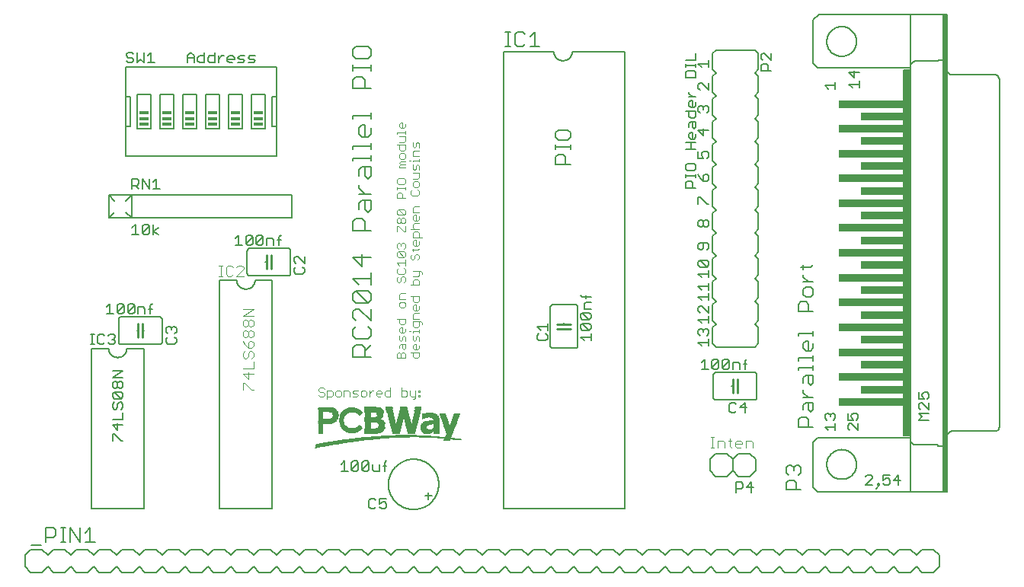
<source format=gto>
G75*
%MOIN*%
%OFA0B0*%
%FSLAX25Y25*%
%IPPOS*%
%LPD*%
%AMOC8*
5,1,8,0,0,1.08239X$1,22.5*
%
%ADD10C,0.00700*%
%ADD11C,0.00300*%
%ADD12R,0.00300X0.00100*%
%ADD13R,0.00800X0.00100*%
%ADD14R,0.01300X0.00100*%
%ADD15R,0.01700X0.00100*%
%ADD16R,0.02300X0.00100*%
%ADD17R,0.02800X0.00100*%
%ADD18R,0.03300X0.00100*%
%ADD19R,0.03800X0.00100*%
%ADD20R,0.04300X0.00100*%
%ADD21R,0.04900X0.00100*%
%ADD22R,0.05400X0.00100*%
%ADD23R,0.06000X0.00100*%
%ADD24R,0.06400X0.00100*%
%ADD25R,0.07000X0.00100*%
%ADD26R,0.07600X0.00100*%
%ADD27R,0.08200X0.00100*%
%ADD28R,0.08700X0.00100*%
%ADD29R,0.08900X0.00100*%
%ADD30R,0.09100X0.00100*%
%ADD31R,0.09200X0.00100*%
%ADD32R,0.09300X0.00100*%
%ADD33R,0.09400X0.00100*%
%ADD34R,0.09500X0.00100*%
%ADD35R,0.09600X0.00100*%
%ADD36R,0.09700X0.00100*%
%ADD37R,0.09800X0.00100*%
%ADD38R,0.10000X0.00100*%
%ADD39R,0.10100X0.00100*%
%ADD40R,0.10300X0.00100*%
%ADD41R,0.03000X0.00100*%
%ADD42R,0.10400X0.00100*%
%ADD43R,0.02900X0.00100*%
%ADD44R,0.10500X0.00100*%
%ADD45R,0.10700X0.00100*%
%ADD46R,0.00100X0.00100*%
%ADD47R,0.10800X0.00100*%
%ADD48R,0.01600X0.00100*%
%ADD49R,0.11000X0.00100*%
%ADD50R,0.11200X0.00100*%
%ADD51R,0.04200X0.00100*%
%ADD52R,0.11400X0.00100*%
%ADD53R,0.07200X0.00100*%
%ADD54R,0.11600X0.00100*%
%ADD55R,0.06300X0.00100*%
%ADD56R,0.11900X0.00100*%
%ADD57R,0.12200X0.00100*%
%ADD58R,0.12600X0.00100*%
%ADD59R,0.05700X0.00100*%
%ADD60R,0.13100X0.00100*%
%ADD61R,0.06200X0.00100*%
%ADD62R,0.13700X0.00100*%
%ADD63R,0.07500X0.00100*%
%ADD64R,0.14600X0.00100*%
%ADD65R,0.09000X0.00100*%
%ADD66R,0.15700X0.00100*%
%ADD67R,0.07700X0.00100*%
%ADD68R,0.18100X0.00100*%
%ADD69R,0.29700X0.00100*%
%ADD70R,0.27300X0.00100*%
%ADD71R,0.24700X0.00100*%
%ADD72R,0.21800X0.00100*%
%ADD73R,0.18400X0.00100*%
%ADD74R,0.02400X0.00100*%
%ADD75R,0.03200X0.00100*%
%ADD76R,0.02700X0.00100*%
%ADD77R,0.06500X0.00100*%
%ADD78R,0.06900X0.00100*%
%ADD79R,0.03400X0.00100*%
%ADD80R,0.03500X0.00100*%
%ADD81R,0.07100X0.00100*%
%ADD82R,0.07400X0.00100*%
%ADD83R,0.04000X0.00100*%
%ADD84R,0.03100X0.00100*%
%ADD85R,0.04500X0.00100*%
%ADD86R,0.03600X0.00100*%
%ADD87R,0.05100X0.00100*%
%ADD88R,0.07900X0.00100*%
%ADD89R,0.04700X0.00100*%
%ADD90R,0.05500X0.00100*%
%ADD91R,0.08000X0.00100*%
%ADD92R,0.05900X0.00100*%
%ADD93R,0.08100X0.00100*%
%ADD94R,0.03700X0.00100*%
%ADD95R,0.07800X0.00100*%
%ADD96R,0.06100X0.00100*%
%ADD97R,0.08300X0.00100*%
%ADD98R,0.08400X0.00100*%
%ADD99R,0.06800X0.00100*%
%ADD100R,0.08500X0.00100*%
%ADD101R,0.08600X0.00100*%
%ADD102R,0.03900X0.00100*%
%ADD103R,0.07300X0.00100*%
%ADD104R,0.08800X0.00100*%
%ADD105R,0.04100X0.00100*%
%ADD106R,0.04400X0.00100*%
%ADD107R,0.02600X0.00100*%
%ADD108R,0.04600X0.00100*%
%ADD109R,0.02100X0.00100*%
%ADD110R,0.01800X0.00100*%
%ADD111R,0.04800X0.00100*%
%ADD112R,0.02500X0.00100*%
%ADD113R,0.01100X0.00100*%
%ADD114R,0.00900X0.00100*%
%ADD115R,0.05000X0.00100*%
%ADD116R,0.05300X0.00100*%
%ADD117R,0.00600X0.00100*%
%ADD118R,0.05200X0.00100*%
%ADD119R,0.02200X0.00100*%
%ADD120R,0.02000X0.00100*%
%ADD121R,0.06600X0.00100*%
%ADD122R,0.05800X0.00100*%
%ADD123R,0.00200X0.00100*%
%ADD124R,0.00500X0.00100*%
%ADD125R,0.01400X0.00100*%
%ADD126R,0.00400X0.00100*%
%ADD127R,0.06700X0.00100*%
%ADD128R,0.01000X0.00100*%
%ADD129R,0.01200X0.00100*%
%ADD130R,0.01500X0.00100*%
%ADD131R,0.05600X0.00100*%
%ADD132C,0.00600*%
%ADD133C,0.01000*%
%ADD134C,0.00500*%
%ADD135C,0.00400*%
%ADD136R,0.04000X0.01500*%
%ADD137R,0.02000X2.09000*%
%ADD138R,0.03000X1.60000*%
%ADD139R,0.28500X0.03200*%
%ADD140R,0.18500X0.03200*%
D10*
X0147636Y0101732D02*
X0147636Y0105685D01*
X0148954Y0107003D01*
X0151590Y0107003D01*
X0152907Y0105685D01*
X0152907Y0101732D01*
X0152907Y0104367D02*
X0155543Y0107003D01*
X0154225Y0109651D02*
X0155543Y0110968D01*
X0155543Y0113604D01*
X0154225Y0114922D01*
X0155543Y0117569D02*
X0150272Y0122841D01*
X0148954Y0122841D01*
X0147636Y0121523D01*
X0147636Y0118887D01*
X0148954Y0117569D01*
X0148954Y0114922D02*
X0147636Y0113604D01*
X0147636Y0110968D01*
X0148954Y0109651D01*
X0154225Y0109651D01*
X0155543Y0117569D02*
X0155543Y0122841D01*
X0154225Y0125488D02*
X0148954Y0130759D01*
X0154225Y0130759D01*
X0155543Y0129442D01*
X0155543Y0126806D01*
X0154225Y0125488D01*
X0148954Y0125488D01*
X0147636Y0126806D01*
X0147636Y0129442D01*
X0148954Y0130759D01*
X0150272Y0133407D02*
X0147636Y0136043D01*
X0155543Y0136043D01*
X0155543Y0138678D02*
X0155543Y0133407D01*
X0151590Y0141326D02*
X0151590Y0146597D01*
X0155543Y0145279D02*
X0147636Y0145279D01*
X0151590Y0141326D01*
X0152907Y0157163D02*
X0152907Y0161117D01*
X0151590Y0162434D01*
X0148954Y0162434D01*
X0147636Y0161117D01*
X0147636Y0157163D01*
X0155543Y0157163D01*
X0154225Y0165082D02*
X0152907Y0166400D01*
X0152907Y0170353D01*
X0151590Y0170353D02*
X0155543Y0170353D01*
X0155543Y0166400D01*
X0154225Y0165082D01*
X0150272Y0166400D02*
X0150272Y0169035D01*
X0151590Y0170353D01*
X0152907Y0173001D02*
X0150272Y0175636D01*
X0150272Y0176954D01*
X0150272Y0173001D02*
X0155543Y0173001D01*
X0154225Y0179600D02*
X0152907Y0180918D01*
X0152907Y0184871D01*
X0151590Y0184871D02*
X0155543Y0184871D01*
X0155543Y0180918D01*
X0154225Y0179600D01*
X0150272Y0180918D02*
X0150272Y0183553D01*
X0151590Y0184871D01*
X0155543Y0187518D02*
X0155543Y0190154D01*
X0155543Y0188836D02*
X0147636Y0188836D01*
X0147636Y0187518D01*
X0147636Y0192798D02*
X0147636Y0194115D01*
X0155543Y0194115D01*
X0155543Y0192798D02*
X0155543Y0195433D01*
X0154225Y0198077D02*
X0151590Y0198077D01*
X0150272Y0199395D01*
X0150272Y0202030D01*
X0151590Y0203348D01*
X0152907Y0203348D01*
X0152907Y0198077D01*
X0154225Y0198077D02*
X0155543Y0199395D01*
X0155543Y0202030D01*
X0155543Y0205996D02*
X0155543Y0208631D01*
X0155543Y0207313D02*
X0147636Y0207313D01*
X0147636Y0205996D01*
X0147636Y0219194D02*
X0147636Y0223147D01*
X0148954Y0224465D01*
X0151590Y0224465D01*
X0152907Y0223147D01*
X0152907Y0219194D01*
X0155543Y0219194D02*
X0147636Y0219194D01*
X0147636Y0227112D02*
X0147636Y0229748D01*
X0147636Y0228430D02*
X0155543Y0228430D01*
X0155543Y0227112D02*
X0155543Y0229748D01*
X0154225Y0232391D02*
X0155543Y0233709D01*
X0155543Y0236345D01*
X0154225Y0237663D01*
X0148954Y0237663D01*
X0147636Y0236345D01*
X0147636Y0233709D01*
X0148954Y0232391D01*
X0154225Y0232391D01*
X0343675Y0140960D02*
X0347879Y0140960D01*
X0348930Y0142011D01*
X0344726Y0142011D02*
X0344726Y0139909D01*
X0344726Y0137691D02*
X0344726Y0136640D01*
X0346828Y0134538D01*
X0348930Y0134538D02*
X0344726Y0134538D01*
X0345777Y0132296D02*
X0344726Y0131245D01*
X0344726Y0129143D01*
X0345777Y0128092D01*
X0347879Y0128092D01*
X0348930Y0129143D01*
X0348930Y0131245D01*
X0347879Y0132296D01*
X0345777Y0132296D01*
X0345777Y0125850D02*
X0343675Y0125850D01*
X0342624Y0124800D01*
X0342624Y0121647D01*
X0348930Y0121647D01*
X0346828Y0121647D02*
X0346828Y0124800D01*
X0345777Y0125850D01*
X0348930Y0113006D02*
X0348930Y0110904D01*
X0348930Y0111955D02*
X0342624Y0111955D01*
X0342624Y0110904D01*
X0345777Y0108662D02*
X0344726Y0107612D01*
X0344726Y0105510D01*
X0345777Y0104459D01*
X0347879Y0104459D01*
X0348930Y0105510D01*
X0348930Y0107612D01*
X0346828Y0108662D02*
X0346828Y0104459D01*
X0348930Y0102264D02*
X0348930Y0100162D01*
X0348930Y0101213D02*
X0342624Y0101213D01*
X0342624Y0100162D01*
X0342624Y0096916D02*
X0348930Y0096916D01*
X0348930Y0095865D02*
X0348930Y0097967D01*
X0342624Y0096916D02*
X0342624Y0095865D01*
X0345777Y0093623D02*
X0344726Y0092572D01*
X0344726Y0090470D01*
X0346828Y0090470D02*
X0346828Y0093623D01*
X0345777Y0093623D02*
X0348930Y0093623D01*
X0348930Y0090470D01*
X0347879Y0089419D01*
X0346828Y0090470D01*
X0344726Y0087201D02*
X0344726Y0086150D01*
X0346828Y0084048D01*
X0348930Y0084048D02*
X0344726Y0084048D01*
X0345777Y0081806D02*
X0344726Y0080755D01*
X0344726Y0078653D01*
X0346828Y0078653D02*
X0347879Y0077603D01*
X0348930Y0078653D01*
X0348930Y0081806D01*
X0345777Y0081806D01*
X0346828Y0081806D02*
X0346828Y0078653D01*
X0345777Y0075361D02*
X0343675Y0075361D01*
X0342624Y0074310D01*
X0342624Y0071157D01*
X0348930Y0071157D01*
X0346828Y0071157D02*
X0346828Y0074310D01*
X0345777Y0075361D01*
X0342551Y0054278D02*
X0343602Y0053227D01*
X0343602Y0051125D01*
X0342551Y0050074D01*
X0340449Y0052176D02*
X0340449Y0053227D01*
X0341500Y0054278D01*
X0342551Y0054278D01*
X0340449Y0053227D02*
X0339398Y0054278D01*
X0338347Y0054278D01*
X0337297Y0053227D01*
X0337297Y0051125D01*
X0338347Y0050074D01*
X0338347Y0047832D02*
X0340449Y0047832D01*
X0341500Y0046781D01*
X0341500Y0043629D01*
X0343602Y0043629D02*
X0337297Y0043629D01*
X0337297Y0046781D01*
X0338347Y0047832D01*
X0345777Y0108662D02*
X0346828Y0108662D01*
X0155543Y0101732D02*
X0147636Y0101732D01*
D11*
X0166800Y0101270D02*
X0166800Y0103121D01*
X0167417Y0103738D01*
X0168034Y0103738D01*
X0168651Y0103121D01*
X0168651Y0101270D01*
X0168651Y0103121D02*
X0169268Y0103738D01*
X0169886Y0103738D01*
X0170503Y0103121D01*
X0170503Y0101270D01*
X0166800Y0101270D01*
X0168034Y0105570D02*
X0168034Y0106804D01*
X0168651Y0107422D01*
X0170503Y0107422D01*
X0170503Y0105570D01*
X0169886Y0104953D01*
X0169268Y0105570D01*
X0169268Y0107422D01*
X0168651Y0108636D02*
X0168034Y0109253D01*
X0168034Y0111105D01*
X0168651Y0112319D02*
X0168034Y0112936D01*
X0168034Y0114171D01*
X0168651Y0114788D01*
X0169268Y0114788D01*
X0169268Y0112319D01*
X0168651Y0112319D02*
X0169886Y0112319D01*
X0170503Y0112936D01*
X0170503Y0114171D01*
X0169886Y0116002D02*
X0168651Y0116002D01*
X0168034Y0116619D01*
X0168034Y0118471D01*
X0166800Y0118471D02*
X0170503Y0118471D01*
X0170503Y0116619D01*
X0169886Y0116002D01*
X0172182Y0112936D02*
X0172800Y0112936D01*
X0174034Y0112936D02*
X0176503Y0112936D01*
X0176503Y0112319D02*
X0176503Y0113554D01*
X0175886Y0114775D02*
X0176503Y0115392D01*
X0176503Y0117243D01*
X0177120Y0117243D02*
X0174034Y0117243D01*
X0174034Y0115392D01*
X0174651Y0114775D01*
X0175886Y0114775D01*
X0177737Y0116009D02*
X0177737Y0116626D01*
X0177120Y0117243D01*
X0176503Y0118458D02*
X0174034Y0118458D01*
X0174034Y0120309D01*
X0174651Y0120926D01*
X0176503Y0120926D01*
X0175886Y0122141D02*
X0174651Y0122141D01*
X0174034Y0122758D01*
X0174034Y0123992D01*
X0174651Y0124610D01*
X0175268Y0124610D01*
X0175268Y0122141D01*
X0175886Y0122141D02*
X0176503Y0122758D01*
X0176503Y0123992D01*
X0175886Y0125824D02*
X0174651Y0125824D01*
X0174034Y0126441D01*
X0174034Y0128293D01*
X0172800Y0128293D02*
X0176503Y0128293D01*
X0176503Y0126441D01*
X0175886Y0125824D01*
X0170503Y0125220D02*
X0170503Y0123986D01*
X0169886Y0123369D01*
X0168651Y0123369D01*
X0168034Y0123986D01*
X0168034Y0125220D01*
X0168651Y0125837D01*
X0169886Y0125837D01*
X0170503Y0125220D01*
X0170503Y0127052D02*
X0168034Y0127052D01*
X0168034Y0128903D01*
X0168651Y0129520D01*
X0170503Y0129520D01*
X0172800Y0133190D02*
X0176503Y0133190D01*
X0176503Y0135042D01*
X0175886Y0135659D01*
X0174651Y0135659D01*
X0174034Y0135042D01*
X0174034Y0133190D01*
X0174034Y0136873D02*
X0175886Y0136873D01*
X0176503Y0137491D01*
X0176503Y0139342D01*
X0177120Y0139342D02*
X0174034Y0139342D01*
X0177120Y0139342D02*
X0177737Y0138725D01*
X0177737Y0138108D01*
X0175886Y0144240D02*
X0176503Y0144857D01*
X0176503Y0146091D01*
X0175886Y0146708D01*
X0175268Y0146708D01*
X0174651Y0146091D01*
X0174651Y0144857D01*
X0174034Y0144240D01*
X0173417Y0144240D01*
X0172800Y0144857D01*
X0172800Y0146091D01*
X0173417Y0146708D01*
X0174034Y0147923D02*
X0174034Y0149157D01*
X0173417Y0148540D02*
X0175886Y0148540D01*
X0176503Y0149157D01*
X0175886Y0150378D02*
X0174651Y0150378D01*
X0174034Y0150995D01*
X0174034Y0152230D01*
X0174651Y0152847D01*
X0175268Y0152847D01*
X0175268Y0150378D01*
X0175886Y0150378D02*
X0176503Y0150995D01*
X0176503Y0152230D01*
X0176503Y0154061D02*
X0176503Y0155913D01*
X0175886Y0156530D01*
X0174651Y0156530D01*
X0174034Y0155913D01*
X0174034Y0154061D01*
X0177737Y0154061D01*
X0176503Y0157745D02*
X0172800Y0157745D01*
X0174034Y0158362D02*
X0174034Y0159596D01*
X0174651Y0160213D01*
X0176503Y0160213D01*
X0175886Y0161428D02*
X0174651Y0161428D01*
X0174034Y0162045D01*
X0174034Y0163279D01*
X0174651Y0163896D01*
X0175268Y0163896D01*
X0175268Y0161428D01*
X0175886Y0161428D02*
X0176503Y0162045D01*
X0176503Y0163279D01*
X0176503Y0165111D02*
X0174034Y0165111D01*
X0174034Y0166962D01*
X0174651Y0167580D01*
X0176503Y0167580D01*
X0170503Y0165735D02*
X0170503Y0164500D01*
X0169886Y0163883D01*
X0167417Y0166352D01*
X0169886Y0166352D01*
X0170503Y0165735D01*
X0169886Y0163883D02*
X0167417Y0163883D01*
X0166800Y0164500D01*
X0166800Y0165735D01*
X0167417Y0166352D01*
X0167417Y0162669D02*
X0168034Y0162669D01*
X0168651Y0162052D01*
X0168651Y0160817D01*
X0168034Y0160200D01*
X0167417Y0160200D01*
X0166800Y0160817D01*
X0166800Y0162052D01*
X0167417Y0162669D01*
X0168651Y0162052D02*
X0169268Y0162669D01*
X0169886Y0162669D01*
X0170503Y0162052D01*
X0170503Y0160817D01*
X0169886Y0160200D01*
X0169268Y0160200D01*
X0168651Y0160817D01*
X0167417Y0158986D02*
X0169886Y0156517D01*
X0170503Y0156517D01*
X0170503Y0158986D01*
X0167417Y0158986D02*
X0166800Y0158986D01*
X0166800Y0156517D01*
X0167417Y0151619D02*
X0168034Y0151619D01*
X0168651Y0151002D01*
X0169268Y0151619D01*
X0169886Y0151619D01*
X0170503Y0151002D01*
X0170503Y0149768D01*
X0169886Y0149151D01*
X0169886Y0147936D02*
X0167417Y0147936D01*
X0169886Y0145467D01*
X0170503Y0146085D01*
X0170503Y0147319D01*
X0169886Y0147936D01*
X0169886Y0145467D02*
X0167417Y0145467D01*
X0166800Y0146085D01*
X0166800Y0147319D01*
X0167417Y0147936D01*
X0167417Y0149151D02*
X0166800Y0149768D01*
X0166800Y0151002D01*
X0167417Y0151619D01*
X0168651Y0151002D02*
X0168651Y0150385D01*
X0170503Y0144253D02*
X0170503Y0141784D01*
X0170503Y0143019D02*
X0166800Y0143019D01*
X0168034Y0141784D01*
X0167417Y0140570D02*
X0166800Y0139953D01*
X0166800Y0138718D01*
X0167417Y0138101D01*
X0169886Y0138101D01*
X0170503Y0138718D01*
X0170503Y0139953D01*
X0169886Y0140570D01*
X0169886Y0136887D02*
X0170503Y0136270D01*
X0170503Y0135035D01*
X0169886Y0134418D01*
X0168651Y0135035D02*
X0168651Y0136270D01*
X0169268Y0136887D01*
X0169886Y0136887D01*
X0168651Y0135035D02*
X0168034Y0134418D01*
X0167417Y0134418D01*
X0166800Y0135035D01*
X0166800Y0136270D01*
X0167417Y0136887D01*
X0174651Y0157745D02*
X0174034Y0158362D01*
X0170503Y0171249D02*
X0166800Y0171249D01*
X0166800Y0173101D01*
X0167417Y0173718D01*
X0168651Y0173718D01*
X0169268Y0173101D01*
X0169268Y0171249D01*
X0172800Y0173094D02*
X0173417Y0172477D01*
X0175886Y0172477D01*
X0176503Y0173094D01*
X0176503Y0174329D01*
X0175886Y0174946D01*
X0175886Y0176160D02*
X0176503Y0176777D01*
X0176503Y0178012D01*
X0175886Y0178629D01*
X0174651Y0178629D01*
X0174034Y0178012D01*
X0174034Y0176777D01*
X0174651Y0176160D01*
X0175886Y0176160D01*
X0173417Y0174946D02*
X0172800Y0174329D01*
X0172800Y0173094D01*
X0170503Y0174933D02*
X0170503Y0176167D01*
X0170503Y0175550D02*
X0166800Y0175550D01*
X0166800Y0174933D02*
X0166800Y0176167D01*
X0167417Y0177388D02*
X0169886Y0177388D01*
X0170503Y0178005D01*
X0170503Y0179240D01*
X0169886Y0179857D01*
X0167417Y0179857D01*
X0166800Y0179240D01*
X0166800Y0178005D01*
X0167417Y0177388D01*
X0174034Y0179843D02*
X0175886Y0179843D01*
X0176503Y0180461D01*
X0176503Y0182312D01*
X0174034Y0182312D01*
X0174651Y0183527D02*
X0174034Y0184144D01*
X0174034Y0185995D01*
X0174034Y0187210D02*
X0174034Y0187827D01*
X0176503Y0187827D01*
X0176503Y0187210D02*
X0176503Y0188444D01*
X0176503Y0189665D02*
X0174034Y0189665D01*
X0174034Y0191517D01*
X0174651Y0192134D01*
X0176503Y0192134D01*
X0176503Y0193348D02*
X0176503Y0195200D01*
X0175886Y0195817D01*
X0175268Y0195200D01*
X0175268Y0193965D01*
X0174651Y0193348D01*
X0174034Y0193965D01*
X0174034Y0195817D01*
X0170503Y0196421D02*
X0170503Y0198273D01*
X0168034Y0198273D01*
X0166800Y0199487D02*
X0166800Y0200104D01*
X0170503Y0200104D01*
X0170503Y0199487D02*
X0170503Y0200721D01*
X0169886Y0201942D02*
X0168651Y0201942D01*
X0168034Y0202559D01*
X0168034Y0203794D01*
X0168651Y0204411D01*
X0169268Y0204411D01*
X0169268Y0201942D01*
X0169886Y0201942D02*
X0170503Y0202559D01*
X0170503Y0203794D01*
X0170503Y0196421D02*
X0169886Y0195804D01*
X0168034Y0195804D01*
X0168034Y0194589D02*
X0168034Y0192738D01*
X0168651Y0192121D01*
X0169886Y0192121D01*
X0170503Y0192738D01*
X0170503Y0194589D01*
X0166800Y0194589D01*
X0168651Y0190906D02*
X0168034Y0190289D01*
X0168034Y0189055D01*
X0168651Y0188437D01*
X0169886Y0188437D01*
X0170503Y0189055D01*
X0170503Y0190289D01*
X0169886Y0190906D01*
X0168651Y0190906D01*
X0172182Y0187827D02*
X0172800Y0187827D01*
X0170503Y0187223D02*
X0168651Y0187223D01*
X0168034Y0186606D01*
X0168651Y0185989D01*
X0170503Y0185989D01*
X0170503Y0184754D02*
X0168034Y0184754D01*
X0168034Y0185371D01*
X0168651Y0185989D01*
X0174651Y0183527D02*
X0175268Y0184144D01*
X0175268Y0185378D01*
X0175886Y0185995D01*
X0176503Y0185378D01*
X0176503Y0183527D01*
X0174034Y0112936D02*
X0174034Y0112319D01*
X0174034Y0111105D02*
X0174034Y0109253D01*
X0174651Y0108636D01*
X0175268Y0109253D01*
X0175268Y0110488D01*
X0175886Y0111105D01*
X0176503Y0110488D01*
X0176503Y0108636D01*
X0175268Y0107422D02*
X0175268Y0104953D01*
X0174651Y0104953D02*
X0174034Y0105570D01*
X0174034Y0106804D01*
X0174651Y0107422D01*
X0175268Y0107422D01*
X0176503Y0106804D02*
X0176503Y0105570D01*
X0175886Y0104953D01*
X0174651Y0104953D01*
X0174034Y0103738D02*
X0174034Y0101887D01*
X0174651Y0101270D01*
X0175886Y0101270D01*
X0176503Y0101887D01*
X0176503Y0103738D01*
X0172800Y0103738D01*
X0170503Y0108636D02*
X0170503Y0110488D01*
X0169886Y0111105D01*
X0169268Y0110488D01*
X0169268Y0109253D01*
X0168651Y0108636D01*
X0168887Y0088200D02*
X0168887Y0084497D01*
X0170739Y0084497D01*
X0171356Y0085114D01*
X0171356Y0086349D01*
X0170739Y0086966D01*
X0168887Y0086966D01*
X0172570Y0086966D02*
X0172570Y0085114D01*
X0173188Y0084497D01*
X0175039Y0084497D01*
X0175039Y0083880D02*
X0174422Y0083263D01*
X0173805Y0083263D01*
X0175039Y0083880D02*
X0175039Y0086966D01*
X0176254Y0086966D02*
X0176254Y0086349D01*
X0176871Y0086349D01*
X0176871Y0086966D01*
X0176254Y0086966D01*
X0176254Y0085114D02*
X0176254Y0084497D01*
X0176871Y0084497D01*
X0176871Y0085114D01*
X0176254Y0085114D01*
X0163990Y0084497D02*
X0162138Y0084497D01*
X0161521Y0085114D01*
X0161521Y0086349D01*
X0162138Y0086966D01*
X0163990Y0086966D01*
X0163990Y0088200D02*
X0163990Y0084497D01*
X0160307Y0085732D02*
X0157838Y0085732D01*
X0157838Y0086349D02*
X0157838Y0085114D01*
X0158455Y0084497D01*
X0159689Y0084497D01*
X0160307Y0085732D02*
X0160307Y0086349D01*
X0159689Y0086966D01*
X0158455Y0086966D01*
X0157838Y0086349D01*
X0156620Y0086966D02*
X0156003Y0086966D01*
X0154769Y0085732D01*
X0154769Y0086966D02*
X0154769Y0084497D01*
X0153554Y0085114D02*
X0153554Y0086349D01*
X0152937Y0086966D01*
X0151703Y0086966D01*
X0151085Y0086349D01*
X0151085Y0085114D01*
X0151703Y0084497D01*
X0152937Y0084497D01*
X0153554Y0085114D01*
X0149871Y0085114D02*
X0149254Y0085732D01*
X0148019Y0085732D01*
X0147402Y0086349D01*
X0148019Y0086966D01*
X0149871Y0086966D01*
X0149871Y0085114D02*
X0149254Y0084497D01*
X0147402Y0084497D01*
X0146188Y0084497D02*
X0146188Y0086349D01*
X0145571Y0086966D01*
X0143719Y0086966D01*
X0143719Y0084497D01*
X0142505Y0085114D02*
X0142505Y0086349D01*
X0141888Y0086966D01*
X0140653Y0086966D01*
X0140036Y0086349D01*
X0140036Y0085114D01*
X0140653Y0084497D01*
X0141888Y0084497D01*
X0142505Y0085114D01*
X0138822Y0085114D02*
X0138822Y0086349D01*
X0138204Y0086966D01*
X0136353Y0086966D01*
X0136353Y0083263D01*
X0136353Y0084497D02*
X0138204Y0084497D01*
X0138822Y0085114D01*
X0135138Y0085114D02*
X0134521Y0084497D01*
X0133287Y0084497D01*
X0132670Y0085114D01*
X0133287Y0086349D02*
X0134521Y0086349D01*
X0135138Y0085732D01*
X0135138Y0085114D01*
X0133287Y0086349D02*
X0132670Y0086966D01*
X0132670Y0087583D01*
X0133287Y0088200D01*
X0134521Y0088200D01*
X0135138Y0087583D01*
D12*
X0150600Y0071600D03*
X0131300Y0061700D03*
D13*
X0131550Y0061800D03*
X0150550Y0071400D03*
X0150550Y0076300D03*
X0178350Y0074700D03*
D14*
X0150500Y0071100D03*
X0131800Y0061900D03*
D15*
X0132100Y0062000D03*
X0150500Y0076700D03*
X0180100Y0067900D03*
D16*
X0150400Y0070700D03*
X0147300Y0068400D03*
X0143300Y0071500D03*
X0143200Y0071600D03*
X0143200Y0071700D03*
X0143100Y0071800D03*
X0143000Y0075600D03*
X0143100Y0075800D03*
X0143200Y0076000D03*
X0150500Y0076900D03*
X0133700Y0076900D03*
X0133700Y0077000D03*
X0133700Y0077100D03*
X0133700Y0077200D03*
X0133700Y0077300D03*
X0133700Y0077400D03*
X0133700Y0077500D03*
X0133700Y0076800D03*
X0133700Y0076700D03*
X0133700Y0076600D03*
X0133700Y0076500D03*
X0133700Y0076400D03*
X0133700Y0076300D03*
X0133700Y0076200D03*
X0133700Y0076100D03*
X0133700Y0076000D03*
X0133700Y0075900D03*
X0133700Y0075800D03*
X0133700Y0075700D03*
X0133700Y0075600D03*
X0133700Y0075500D03*
X0133700Y0075400D03*
X0133700Y0075300D03*
X0133700Y0075200D03*
X0133700Y0075100D03*
X0133700Y0075000D03*
X0133700Y0074900D03*
X0133700Y0074800D03*
X0133700Y0074700D03*
X0133700Y0074600D03*
X0133700Y0074500D03*
X0133700Y0074400D03*
X0133700Y0072300D03*
X0133700Y0072200D03*
X0133700Y0072100D03*
X0133700Y0072000D03*
X0133700Y0071900D03*
X0133700Y0071800D03*
X0133700Y0071700D03*
X0133700Y0071600D03*
X0133700Y0071500D03*
X0133700Y0071400D03*
X0133700Y0071300D03*
X0133700Y0071200D03*
X0133700Y0071100D03*
X0133700Y0071000D03*
X0133700Y0070900D03*
X0133700Y0070800D03*
X0133700Y0070700D03*
X0133700Y0070600D03*
X0133700Y0070500D03*
X0133700Y0070400D03*
X0133700Y0070300D03*
X0133700Y0070200D03*
X0133700Y0070100D03*
X0133700Y0070000D03*
X0133700Y0069900D03*
X0133700Y0069800D03*
X0133700Y0069700D03*
X0133700Y0069600D03*
X0133700Y0069500D03*
X0133700Y0069400D03*
X0133700Y0069300D03*
X0133700Y0069200D03*
X0133700Y0069100D03*
X0133700Y0069000D03*
X0133700Y0068900D03*
X0133700Y0068800D03*
X0133700Y0068700D03*
X0133700Y0068600D03*
X0133700Y0068500D03*
X0133700Y0068400D03*
X0133700Y0068300D03*
X0133700Y0068200D03*
X0133700Y0068100D03*
X0132400Y0062100D03*
D17*
X0132650Y0062200D03*
X0143850Y0070800D03*
X0139750Y0074700D03*
X0143850Y0076800D03*
X0143950Y0076900D03*
X0159450Y0075600D03*
X0159550Y0075800D03*
X0160350Y0072000D03*
X0160350Y0071900D03*
X0160350Y0071800D03*
X0160350Y0071700D03*
X0160350Y0071600D03*
X0160350Y0071500D03*
X0160350Y0071400D03*
X0160350Y0071300D03*
X0165050Y0072600D03*
X0164950Y0073000D03*
X0164850Y0073400D03*
X0164850Y0073500D03*
X0164750Y0073800D03*
X0164750Y0073900D03*
X0164750Y0074000D03*
X0164650Y0074200D03*
X0164650Y0074300D03*
X0164650Y0074400D03*
X0164650Y0074500D03*
X0164550Y0074600D03*
X0164550Y0074700D03*
X0164550Y0074800D03*
X0164550Y0074900D03*
X0164450Y0075100D03*
X0164450Y0075200D03*
X0164450Y0075300D03*
X0164350Y0075600D03*
X0164350Y0075700D03*
X0164250Y0076100D03*
X0164150Y0076500D03*
X0175150Y0074400D03*
X0175150Y0074300D03*
X0175150Y0074200D03*
X0175050Y0073900D03*
X0175050Y0073800D03*
X0174950Y0073400D03*
X0174850Y0073000D03*
X0175250Y0074600D03*
X0175250Y0074700D03*
X0175250Y0074800D03*
X0175350Y0075000D03*
X0175350Y0075100D03*
X0175350Y0075200D03*
X0175350Y0075300D03*
X0175450Y0075400D03*
X0175450Y0075500D03*
X0175450Y0075600D03*
X0175450Y0075700D03*
X0175550Y0075800D03*
X0175550Y0075900D03*
X0175550Y0076000D03*
X0175550Y0076100D03*
X0175650Y0076300D03*
X0175650Y0076400D03*
X0175750Y0076800D03*
X0175850Y0077200D03*
X0178750Y0071400D03*
X0178750Y0071300D03*
X0178650Y0071100D03*
X0178650Y0071000D03*
X0178650Y0070900D03*
X0178650Y0070800D03*
X0178650Y0070700D03*
X0178650Y0070600D03*
X0178650Y0070500D03*
X0178650Y0070400D03*
X0178650Y0070300D03*
X0184050Y0070200D03*
X0188250Y0072700D03*
X0188150Y0073000D03*
X0188050Y0073300D03*
X0187950Y0073500D03*
X0187950Y0073600D03*
X0187850Y0073800D03*
X0187850Y0073900D03*
X0187750Y0074000D03*
X0187750Y0074100D03*
X0187750Y0074200D03*
X0187650Y0074300D03*
X0187650Y0074400D03*
X0187650Y0074500D03*
X0187550Y0074600D03*
X0187550Y0074700D03*
X0187450Y0074900D03*
X0187450Y0075000D03*
X0187350Y0075200D03*
X0187350Y0075300D03*
X0187250Y0075500D03*
X0187150Y0075700D03*
X0187150Y0075800D03*
X0187050Y0076000D03*
X0187050Y0076100D03*
X0186950Y0076300D03*
X0186850Y0076600D03*
X0184050Y0074500D03*
X0184050Y0074400D03*
X0184050Y0074300D03*
X0189950Y0068100D03*
X0192650Y0075200D03*
X0192750Y0075400D03*
X0192750Y0075500D03*
X0192850Y0075700D03*
X0192850Y0075800D03*
X0192950Y0076000D03*
X0192950Y0076100D03*
X0193050Y0076300D03*
X0193050Y0076400D03*
X0193150Y0076500D03*
X0193150Y0076600D03*
X0193150Y0076700D03*
D18*
X0183700Y0074900D03*
X0179100Y0071800D03*
X0179000Y0069800D03*
X0183800Y0069900D03*
X0190000Y0068900D03*
X0190000Y0068800D03*
X0190000Y0068700D03*
X0173300Y0068200D03*
X0166500Y0068200D03*
X0160100Y0070500D03*
X0160000Y0072800D03*
X0158900Y0075100D03*
X0159500Y0077200D03*
X0150300Y0077200D03*
X0144300Y0070500D03*
X0147300Y0068500D03*
X0132900Y0062300D03*
D19*
X0133250Y0062400D03*
X0144750Y0070300D03*
X0139150Y0077500D03*
X0159650Y0073000D03*
X0159850Y0070300D03*
X0166450Y0069300D03*
X0166450Y0069200D03*
X0166450Y0069100D03*
X0173350Y0069100D03*
X0173350Y0069200D03*
X0173350Y0069300D03*
X0180150Y0068400D03*
X0169950Y0077700D03*
X0169950Y0077800D03*
X0169950Y0077900D03*
D20*
X0169900Y0076800D03*
X0166500Y0070200D03*
X0180200Y0068600D03*
X0183200Y0075100D03*
X0190000Y0070200D03*
X0190000Y0070100D03*
X0147300Y0079000D03*
X0133500Y0062500D03*
D21*
X0133800Y0062600D03*
X0169900Y0075500D03*
X0169900Y0075600D03*
X0173300Y0071300D03*
X0180200Y0068900D03*
X0190000Y0070900D03*
X0190000Y0071000D03*
D22*
X0189550Y0065900D03*
X0190350Y0065800D03*
X0182750Y0073500D03*
X0134050Y0062700D03*
D23*
X0134350Y0062800D03*
X0155650Y0068100D03*
X0147350Y0078600D03*
D24*
X0147350Y0078500D03*
X0134650Y0062900D03*
X0182250Y0073200D03*
D25*
X0181950Y0072900D03*
X0181450Y0075800D03*
X0147350Y0078300D03*
X0136050Y0079100D03*
X0136050Y0072800D03*
X0134950Y0063000D03*
D26*
X0135250Y0063100D03*
X0147350Y0069600D03*
X0156450Y0074800D03*
X0156450Y0078900D03*
X0136350Y0078700D03*
X0136350Y0073200D03*
X0181650Y0072400D03*
D27*
X0156750Y0078200D03*
X0156750Y0078300D03*
X0147350Y0077800D03*
X0136650Y0078000D03*
X0136650Y0078100D03*
X0136650Y0073900D03*
X0135550Y0063200D03*
D28*
X0135800Y0063300D03*
X0157000Y0069600D03*
X0157000Y0073400D03*
D29*
X0157100Y0073100D03*
X0157100Y0069900D03*
X0147400Y0070200D03*
X0136300Y0063400D03*
D30*
X0136900Y0063500D03*
X0137500Y0063600D03*
D31*
X0138050Y0063700D03*
X0170750Y0067200D03*
D32*
X0138600Y0063800D03*
D33*
X0139250Y0063900D03*
X0139850Y0064000D03*
X0140450Y0064100D03*
D34*
X0141100Y0064200D03*
D35*
X0141750Y0064300D03*
D36*
X0142400Y0064400D03*
X0181700Y0066500D03*
D37*
X0143050Y0064500D03*
D38*
X0143750Y0064600D03*
X0144450Y0064700D03*
D39*
X0145100Y0064800D03*
D40*
X0145900Y0064900D03*
D41*
X0144150Y0070600D03*
X0139650Y0074600D03*
X0144050Y0077000D03*
X0147350Y0079200D03*
X0159650Y0076800D03*
X0159650Y0076700D03*
X0159650Y0076600D03*
X0159650Y0076500D03*
X0163950Y0077400D03*
X0163850Y0077800D03*
X0163850Y0077900D03*
X0163750Y0078100D03*
X0163750Y0078200D03*
X0163750Y0078300D03*
X0163750Y0078400D03*
X0163650Y0078500D03*
X0163650Y0078600D03*
X0163650Y0078700D03*
X0163650Y0078800D03*
X0163550Y0079000D03*
X0163550Y0079100D03*
X0163550Y0079200D03*
X0163450Y0079400D03*
X0163450Y0079500D03*
X0163450Y0079600D03*
X0169950Y0079600D03*
X0169950Y0079500D03*
X0169950Y0079400D03*
X0169950Y0079300D03*
X0176050Y0078100D03*
X0176150Y0078500D03*
X0176250Y0078900D03*
X0176250Y0079000D03*
X0176350Y0079300D03*
X0176350Y0079400D03*
X0183950Y0074700D03*
X0183950Y0070100D03*
X0178750Y0070100D03*
X0188950Y0065500D03*
X0188850Y0065200D03*
X0188750Y0064900D03*
X0189350Y0066500D03*
X0190050Y0068400D03*
X0193950Y0065400D03*
X0160250Y0070800D03*
X0160250Y0070900D03*
X0160250Y0072400D03*
X0150250Y0070500D03*
D42*
X0146650Y0065000D03*
D43*
X0154100Y0070200D03*
X0154100Y0070300D03*
X0154100Y0070400D03*
X0154100Y0070500D03*
X0154100Y0070600D03*
X0154100Y0070700D03*
X0154100Y0070800D03*
X0154100Y0070900D03*
X0154100Y0071000D03*
X0154100Y0071100D03*
X0154100Y0071200D03*
X0154100Y0071300D03*
X0154100Y0071400D03*
X0154100Y0071500D03*
X0154100Y0071600D03*
X0154100Y0071700D03*
X0154100Y0071800D03*
X0154100Y0071900D03*
X0154100Y0072000D03*
X0154100Y0072100D03*
X0154100Y0072200D03*
X0154100Y0072300D03*
X0154100Y0072400D03*
X0154100Y0072500D03*
X0154100Y0072600D03*
X0154100Y0072700D03*
X0154100Y0072800D03*
X0154100Y0072900D03*
X0154100Y0073000D03*
X0154100Y0075100D03*
X0154100Y0075200D03*
X0154100Y0075300D03*
X0154100Y0075400D03*
X0154100Y0075500D03*
X0154100Y0075600D03*
X0154100Y0075700D03*
X0154100Y0075800D03*
X0154100Y0075900D03*
X0154100Y0076000D03*
X0154100Y0076100D03*
X0154100Y0076200D03*
X0154100Y0076300D03*
X0154100Y0076400D03*
X0154100Y0076500D03*
X0154100Y0076600D03*
X0154100Y0076700D03*
X0154100Y0076800D03*
X0154100Y0076900D03*
X0154100Y0077000D03*
X0154100Y0077100D03*
X0154100Y0077200D03*
X0154100Y0077300D03*
X0154100Y0077400D03*
X0150400Y0077100D03*
X0159200Y0075300D03*
X0159300Y0075400D03*
X0159400Y0075500D03*
X0159500Y0075700D03*
X0159600Y0075900D03*
X0159600Y0076000D03*
X0159600Y0076100D03*
X0159600Y0076200D03*
X0159700Y0076300D03*
X0159700Y0076400D03*
X0163900Y0077500D03*
X0163900Y0077600D03*
X0163900Y0077700D03*
X0163800Y0078000D03*
X0164000Y0077300D03*
X0164000Y0077200D03*
X0164000Y0077100D03*
X0164000Y0077000D03*
X0164100Y0076900D03*
X0164100Y0076800D03*
X0164100Y0076700D03*
X0164100Y0076600D03*
X0164200Y0076400D03*
X0164200Y0076300D03*
X0164200Y0076200D03*
X0164300Y0076000D03*
X0164300Y0075900D03*
X0164300Y0075800D03*
X0164400Y0075500D03*
X0164400Y0075400D03*
X0164500Y0075000D03*
X0160300Y0072300D03*
X0160300Y0072200D03*
X0160300Y0072100D03*
X0160300Y0071200D03*
X0160300Y0071100D03*
X0160300Y0071000D03*
X0175600Y0076200D03*
X0175700Y0076500D03*
X0175700Y0076600D03*
X0175700Y0076700D03*
X0175800Y0076900D03*
X0175800Y0077000D03*
X0175800Y0077100D03*
X0175900Y0077300D03*
X0175900Y0077400D03*
X0175900Y0077500D03*
X0175900Y0077600D03*
X0176000Y0077700D03*
X0176000Y0077800D03*
X0176000Y0077900D03*
X0176000Y0078000D03*
X0176100Y0078200D03*
X0176100Y0078300D03*
X0176100Y0078400D03*
X0176200Y0078600D03*
X0176200Y0078700D03*
X0176200Y0078800D03*
X0176300Y0079100D03*
X0176300Y0079200D03*
X0176400Y0079500D03*
X0176400Y0079600D03*
X0184000Y0074600D03*
X0187200Y0075600D03*
X0187300Y0075400D03*
X0187400Y0075100D03*
X0187500Y0074800D03*
X0187100Y0075900D03*
X0187000Y0076200D03*
X0186900Y0076400D03*
X0186900Y0076500D03*
X0186800Y0076700D03*
X0178900Y0071600D03*
X0178800Y0071500D03*
X0178700Y0070200D03*
X0178800Y0070000D03*
X0180100Y0068100D03*
X0188800Y0065100D03*
X0188800Y0065000D03*
X0188900Y0065300D03*
X0188900Y0065400D03*
X0189300Y0066400D03*
X0189400Y0066600D03*
X0189400Y0066700D03*
X0189500Y0066800D03*
X0189500Y0066900D03*
X0189500Y0067000D03*
X0189600Y0067100D03*
X0189600Y0067200D03*
X0189700Y0067300D03*
X0189700Y0067400D03*
X0189700Y0067500D03*
X0189800Y0067600D03*
X0189800Y0067700D03*
X0189800Y0067800D03*
X0189900Y0067900D03*
X0189900Y0068000D03*
X0190000Y0068200D03*
X0190000Y0068300D03*
X0144000Y0070700D03*
X0139700Y0077200D03*
D44*
X0147400Y0065100D03*
D45*
X0148200Y0065200D03*
D46*
X0150600Y0071700D03*
X0195100Y0065200D03*
D47*
X0149050Y0065300D03*
D48*
X0150450Y0071000D03*
X0194450Y0065300D03*
D49*
X0149850Y0065400D03*
D50*
X0150750Y0065500D03*
D51*
X0166450Y0069900D03*
X0166450Y0070000D03*
X0166450Y0070100D03*
X0173350Y0070100D03*
X0173350Y0070000D03*
X0173350Y0069900D03*
X0173350Y0069800D03*
X0169950Y0076900D03*
X0169950Y0077000D03*
X0169950Y0077100D03*
X0190050Y0070000D03*
X0193350Y0065500D03*
D52*
X0151650Y0065600D03*
D53*
X0156250Y0074300D03*
X0147350Y0078200D03*
X0136150Y0079000D03*
X0136150Y0072900D03*
X0181550Y0075400D03*
X0181550Y0075500D03*
X0181850Y0072800D03*
X0191150Y0065600D03*
D54*
X0152550Y0065700D03*
D55*
X0181100Y0076400D03*
X0190700Y0065700D03*
D56*
X0153600Y0065800D03*
D57*
X0154650Y0065900D03*
D58*
X0155750Y0066000D03*
D59*
X0188500Y0066000D03*
D60*
X0156900Y0066100D03*
D61*
X0155750Y0079500D03*
X0181050Y0076500D03*
X0187550Y0066100D03*
D62*
X0158200Y0066200D03*
D63*
X0156400Y0068600D03*
X0156400Y0074200D03*
X0156400Y0079000D03*
X0147400Y0078100D03*
X0136300Y0078800D03*
X0136300Y0073100D03*
X0181700Y0072500D03*
X0186900Y0066200D03*
D64*
X0170750Y0067100D03*
X0159650Y0066300D03*
D65*
X0157150Y0070000D03*
X0157150Y0070100D03*
X0186250Y0066300D03*
D66*
X0161300Y0066400D03*
D67*
X0156500Y0068700D03*
X0156500Y0074900D03*
X0136400Y0073300D03*
X0136400Y0078600D03*
X0181600Y0072300D03*
X0183700Y0066400D03*
D68*
X0163600Y0066500D03*
D69*
X0170600Y0066600D03*
D70*
X0170700Y0066700D03*
D71*
X0170700Y0066800D03*
D72*
X0170750Y0066900D03*
D73*
X0170750Y0067000D03*
D74*
X0167850Y0072100D03*
X0167950Y0072500D03*
X0168050Y0072900D03*
X0168150Y0073300D03*
X0168250Y0073700D03*
X0168350Y0074100D03*
X0168450Y0074500D03*
X0168550Y0074900D03*
X0179150Y0075100D03*
X0180050Y0068000D03*
X0143350Y0071400D03*
X0140050Y0075300D03*
X0140050Y0075400D03*
X0140050Y0075500D03*
X0140150Y0075700D03*
X0140150Y0075800D03*
X0140150Y0075900D03*
X0140150Y0076000D03*
X0140150Y0076100D03*
X0140150Y0076200D03*
X0140050Y0076400D03*
X0140050Y0076500D03*
X0143250Y0076100D03*
X0143350Y0076200D03*
D75*
X0144350Y0077200D03*
X0139450Y0077400D03*
X0159550Y0077100D03*
X0160050Y0072700D03*
X0160150Y0072600D03*
X0160150Y0070600D03*
X0166450Y0068100D03*
X0173350Y0068100D03*
X0180150Y0068200D03*
X0169950Y0078900D03*
X0169950Y0079000D03*
X0169950Y0079100D03*
X0169950Y0079200D03*
D76*
X0175300Y0074900D03*
X0175200Y0074500D03*
X0175100Y0074100D03*
X0175100Y0074000D03*
X0175000Y0073700D03*
X0175000Y0073600D03*
X0175000Y0073500D03*
X0174900Y0073300D03*
X0174900Y0073200D03*
X0174900Y0073100D03*
X0174800Y0072900D03*
X0174800Y0072800D03*
X0174800Y0072700D03*
X0174800Y0072600D03*
X0174700Y0072500D03*
X0174700Y0072400D03*
X0174700Y0072300D03*
X0174700Y0072200D03*
X0178700Y0071200D03*
X0184100Y0071200D03*
X0184100Y0071300D03*
X0184100Y0071400D03*
X0184100Y0071500D03*
X0184100Y0071600D03*
X0184100Y0071700D03*
X0184100Y0071800D03*
X0184100Y0071900D03*
X0184100Y0072000D03*
X0184100Y0072100D03*
X0184100Y0071100D03*
X0184100Y0071000D03*
X0184100Y0070900D03*
X0184100Y0070800D03*
X0184100Y0070700D03*
X0184100Y0070600D03*
X0184100Y0070500D03*
X0184100Y0070400D03*
X0184100Y0070300D03*
X0184100Y0068900D03*
X0184100Y0068800D03*
X0184100Y0068700D03*
X0184100Y0068600D03*
X0184100Y0068500D03*
X0184100Y0068400D03*
X0184100Y0068300D03*
X0184100Y0068200D03*
X0184100Y0068100D03*
X0188700Y0071500D03*
X0188600Y0071700D03*
X0188600Y0071800D03*
X0188500Y0071900D03*
X0188500Y0072000D03*
X0188500Y0072100D03*
X0188400Y0072200D03*
X0188400Y0072300D03*
X0188400Y0072400D03*
X0188300Y0072500D03*
X0188300Y0072600D03*
X0188200Y0072800D03*
X0188200Y0072900D03*
X0188100Y0073100D03*
X0188100Y0073200D03*
X0188000Y0073400D03*
X0187900Y0073700D03*
X0186800Y0076800D03*
X0184100Y0074200D03*
X0184100Y0074100D03*
X0184100Y0074000D03*
X0184100Y0073900D03*
X0184100Y0073800D03*
X0192000Y0073300D03*
X0192100Y0073600D03*
X0192200Y0073800D03*
X0192200Y0073900D03*
X0192300Y0074100D03*
X0192300Y0074200D03*
X0192400Y0074400D03*
X0192400Y0074500D03*
X0192500Y0074600D03*
X0192500Y0074700D03*
X0192500Y0074800D03*
X0192600Y0074900D03*
X0192600Y0075000D03*
X0192600Y0075100D03*
X0192700Y0075300D03*
X0192800Y0075600D03*
X0192900Y0075900D03*
X0193000Y0076200D03*
X0193200Y0076800D03*
X0165200Y0072100D03*
X0165100Y0072200D03*
X0165100Y0072300D03*
X0165100Y0072400D03*
X0165100Y0072500D03*
X0165000Y0072700D03*
X0165000Y0072800D03*
X0165000Y0072900D03*
X0164900Y0073100D03*
X0164900Y0073200D03*
X0164900Y0073300D03*
X0164800Y0073600D03*
X0164800Y0073700D03*
X0164700Y0074100D03*
X0143800Y0070900D03*
X0143700Y0071000D03*
X0139900Y0074900D03*
X0139800Y0074800D03*
X0139900Y0077000D03*
X0139800Y0077100D03*
X0143700Y0076700D03*
D77*
X0135800Y0079300D03*
X0135800Y0072600D03*
X0147300Y0069200D03*
X0155900Y0068200D03*
X0181200Y0076300D03*
D78*
X0181400Y0075900D03*
X0156100Y0074400D03*
X0156100Y0079300D03*
X0156100Y0068300D03*
D79*
X0150150Y0070400D03*
X0144550Y0077300D03*
X0139350Y0074400D03*
X0166450Y0068500D03*
X0166450Y0068400D03*
X0166450Y0068300D03*
X0173350Y0068300D03*
X0173350Y0068400D03*
X0173350Y0068500D03*
X0169950Y0078500D03*
X0169950Y0078600D03*
X0169950Y0078700D03*
X0169950Y0078800D03*
D80*
X0159900Y0072900D03*
X0160000Y0070400D03*
X0166500Y0068600D03*
X0173300Y0068600D03*
X0180100Y0068300D03*
X0179300Y0071900D03*
X0190000Y0069100D03*
X0190000Y0069000D03*
X0159400Y0077300D03*
X0144500Y0070400D03*
D81*
X0147300Y0069400D03*
X0156200Y0068400D03*
X0156200Y0074500D03*
X0156200Y0079200D03*
X0181500Y0075700D03*
X0181500Y0075600D03*
D82*
X0181750Y0072600D03*
X0156350Y0074700D03*
X0156350Y0068500D03*
D83*
X0147350Y0068600D03*
X0144850Y0077400D03*
X0166450Y0069700D03*
X0166450Y0069600D03*
X0166450Y0069500D03*
X0173350Y0069500D03*
X0173350Y0069600D03*
X0173350Y0069700D03*
X0180150Y0068500D03*
X0169950Y0077300D03*
X0169950Y0077400D03*
X0169950Y0077500D03*
D84*
X0163600Y0078900D03*
X0163500Y0079300D03*
X0159600Y0077000D03*
X0159600Y0076900D03*
X0159100Y0075200D03*
X0160200Y0072500D03*
X0160200Y0070700D03*
X0144200Y0077100D03*
X0139600Y0077300D03*
X0139500Y0074500D03*
X0179000Y0071700D03*
X0178900Y0069900D03*
X0183900Y0070000D03*
X0183800Y0074800D03*
X0190000Y0068600D03*
X0190000Y0068500D03*
D85*
X0190000Y0070300D03*
X0190000Y0070400D03*
X0190000Y0070500D03*
X0180200Y0068700D03*
X0173300Y0070500D03*
X0166500Y0070600D03*
X0169900Y0076400D03*
X0181100Y0076800D03*
X0147300Y0068700D03*
D86*
X0150150Y0077300D03*
X0166450Y0068900D03*
X0166450Y0068800D03*
X0166450Y0068700D03*
X0173350Y0068700D03*
X0173350Y0068800D03*
X0173350Y0068900D03*
X0183650Y0069800D03*
X0183550Y0075000D03*
X0181150Y0076900D03*
X0169950Y0078100D03*
X0169950Y0078200D03*
X0169950Y0078300D03*
X0169950Y0078400D03*
X0190050Y0069200D03*
D87*
X0190000Y0071100D03*
X0190000Y0071200D03*
X0190000Y0071300D03*
X0173300Y0071700D03*
X0169900Y0075200D03*
X0147300Y0068800D03*
D88*
X0156600Y0068800D03*
X0156600Y0078700D03*
X0136500Y0078400D03*
X0136500Y0073500D03*
X0181500Y0069300D03*
X0181500Y0069200D03*
D89*
X0180200Y0068800D03*
X0180000Y0072100D03*
X0183100Y0073600D03*
X0190000Y0070800D03*
X0190000Y0070700D03*
X0190000Y0070600D03*
X0173300Y0070900D03*
X0169900Y0075900D03*
X0169900Y0076000D03*
X0166500Y0071000D03*
D90*
X0147300Y0068900D03*
D91*
X0156650Y0068900D03*
X0156650Y0074000D03*
X0156650Y0078500D03*
X0156650Y0078600D03*
X0147350Y0077900D03*
X0136550Y0078300D03*
X0136550Y0073600D03*
X0181450Y0069600D03*
X0181450Y0069500D03*
X0181450Y0069400D03*
D92*
X0181000Y0076600D03*
X0147300Y0069000D03*
D93*
X0147300Y0069800D03*
X0156700Y0069000D03*
X0156700Y0073900D03*
X0156700Y0078400D03*
X0136600Y0078200D03*
X0136600Y0073800D03*
X0136600Y0073700D03*
X0181400Y0069700D03*
D94*
X0173300Y0069000D03*
X0166500Y0069000D03*
X0169900Y0078000D03*
X0159300Y0077400D03*
X0147300Y0079100D03*
X0190000Y0069400D03*
X0190000Y0069300D03*
D95*
X0181550Y0069100D03*
X0181550Y0069000D03*
X0181550Y0072200D03*
X0156550Y0074100D03*
X0156550Y0075000D03*
X0156550Y0078800D03*
X0147350Y0078000D03*
X0147350Y0069700D03*
X0136450Y0073400D03*
X0136450Y0078500D03*
D96*
X0135600Y0072500D03*
X0147300Y0069100D03*
X0182400Y0073300D03*
D97*
X0156800Y0073800D03*
X0156800Y0078000D03*
X0156800Y0078100D03*
X0156800Y0069100D03*
X0147300Y0069900D03*
X0136700Y0074000D03*
X0136700Y0074100D03*
X0136700Y0077900D03*
D98*
X0136750Y0077800D03*
X0136750Y0077700D03*
X0136750Y0077600D03*
X0136750Y0074300D03*
X0136750Y0074200D03*
X0147350Y0077700D03*
X0156850Y0077700D03*
X0156850Y0077800D03*
X0156850Y0077900D03*
X0156850Y0073700D03*
X0156850Y0069200D03*
D99*
X0147350Y0069300D03*
X0135950Y0072700D03*
X0135950Y0079200D03*
X0181350Y0076000D03*
X0182050Y0073000D03*
D100*
X0156900Y0073600D03*
X0156900Y0077500D03*
X0156900Y0077600D03*
X0156900Y0069300D03*
X0147300Y0070000D03*
D101*
X0147350Y0070100D03*
X0156950Y0069500D03*
X0156950Y0069400D03*
X0156950Y0073500D03*
X0147350Y0077600D03*
D102*
X0150000Y0070300D03*
X0166500Y0069400D03*
X0173300Y0069400D03*
X0179500Y0072000D03*
X0183500Y0073700D03*
X0190000Y0069700D03*
X0190000Y0069600D03*
X0190000Y0069500D03*
X0169900Y0077600D03*
D103*
X0181600Y0075300D03*
X0181600Y0075200D03*
X0181800Y0072700D03*
X0156300Y0074600D03*
X0156300Y0079100D03*
X0147300Y0069500D03*
X0136200Y0073000D03*
X0136200Y0078900D03*
D104*
X0147350Y0077500D03*
X0157050Y0073300D03*
X0157050Y0073200D03*
X0157050Y0069800D03*
X0157050Y0069700D03*
D105*
X0159600Y0070200D03*
X0166500Y0069800D03*
X0169900Y0077200D03*
X0149800Y0077400D03*
X0190000Y0069900D03*
X0190000Y0069800D03*
D106*
X0173350Y0070200D03*
X0173350Y0070300D03*
X0173350Y0070400D03*
X0166450Y0070400D03*
X0166450Y0070500D03*
X0166450Y0070300D03*
X0169950Y0076500D03*
X0169950Y0076600D03*
X0169950Y0076700D03*
D107*
X0171250Y0075000D03*
X0171250Y0074900D03*
X0171250Y0074800D03*
X0171350Y0074600D03*
X0171350Y0074500D03*
X0171350Y0074400D03*
X0171450Y0074200D03*
X0171450Y0074100D03*
X0171450Y0074000D03*
X0171550Y0073700D03*
X0171550Y0073600D03*
X0171650Y0073300D03*
X0171650Y0073200D03*
X0171750Y0072900D03*
X0171850Y0072500D03*
X0171950Y0072100D03*
X0174650Y0072100D03*
X0188650Y0071600D03*
X0191450Y0071700D03*
X0191550Y0071900D03*
X0191550Y0072000D03*
X0191650Y0072200D03*
X0191650Y0072300D03*
X0191750Y0072500D03*
X0191750Y0072600D03*
X0191850Y0072700D03*
X0191850Y0072800D03*
X0191850Y0072900D03*
X0191950Y0073000D03*
X0191950Y0073100D03*
X0191950Y0073200D03*
X0192050Y0073400D03*
X0192050Y0073500D03*
X0192150Y0073700D03*
X0192250Y0074000D03*
X0192350Y0074300D03*
X0150450Y0077000D03*
X0143650Y0076600D03*
X0143550Y0076500D03*
X0139950Y0076800D03*
X0139950Y0076900D03*
X0139950Y0075000D03*
X0143550Y0071100D03*
X0150350Y0070600D03*
D108*
X0166450Y0070700D03*
X0166450Y0070800D03*
X0166450Y0070900D03*
X0169950Y0076100D03*
X0169950Y0076200D03*
X0169950Y0076300D03*
X0173350Y0070800D03*
X0173350Y0070700D03*
X0173350Y0070600D03*
D109*
X0181200Y0077000D03*
X0150500Y0076800D03*
X0147300Y0079300D03*
X0142900Y0075300D03*
X0142800Y0075100D03*
X0142800Y0075000D03*
X0142800Y0074900D03*
X0142700Y0074700D03*
X0142700Y0074600D03*
X0142700Y0074500D03*
X0142700Y0074400D03*
X0142700Y0074300D03*
X0142700Y0073400D03*
X0142700Y0073300D03*
X0142700Y0073200D03*
X0142700Y0073100D03*
X0142700Y0073000D03*
X0142800Y0072800D03*
X0142800Y0072700D03*
X0142800Y0072600D03*
X0142900Y0072400D03*
X0142900Y0072300D03*
X0150400Y0070800D03*
D110*
X0150450Y0070900D03*
X0178850Y0075000D03*
D111*
X0173350Y0071200D03*
X0173350Y0071100D03*
X0173350Y0071000D03*
X0169950Y0075700D03*
X0169950Y0075800D03*
X0166450Y0071300D03*
X0166450Y0071200D03*
X0166450Y0071100D03*
X0147350Y0078900D03*
D112*
X0143500Y0076400D03*
X0143400Y0076300D03*
X0140100Y0076300D03*
X0140000Y0076600D03*
X0140000Y0076700D03*
X0140100Y0075600D03*
X0140000Y0075200D03*
X0140000Y0075100D03*
X0143400Y0071300D03*
X0143500Y0071200D03*
X0167900Y0072200D03*
X0167900Y0072300D03*
X0167900Y0072400D03*
X0168000Y0072600D03*
X0168000Y0072700D03*
X0168000Y0072800D03*
X0168100Y0073000D03*
X0168100Y0073100D03*
X0168100Y0073200D03*
X0168200Y0073400D03*
X0168200Y0073500D03*
X0168200Y0073600D03*
X0168300Y0073800D03*
X0168300Y0073900D03*
X0168300Y0074000D03*
X0168400Y0074200D03*
X0168400Y0074300D03*
X0168400Y0074400D03*
X0168500Y0074600D03*
X0168500Y0074700D03*
X0168500Y0074800D03*
X0168600Y0075000D03*
X0168600Y0075100D03*
X0171200Y0075100D03*
X0171300Y0074700D03*
X0171400Y0074300D03*
X0171500Y0073900D03*
X0171500Y0073800D03*
X0171600Y0073500D03*
X0171600Y0073400D03*
X0171700Y0073100D03*
X0171700Y0073000D03*
X0171800Y0072800D03*
X0171800Y0072700D03*
X0171800Y0072600D03*
X0171900Y0072400D03*
X0171900Y0072300D03*
X0171900Y0072200D03*
X0191400Y0071600D03*
X0191400Y0071500D03*
X0191500Y0071800D03*
X0191600Y0072100D03*
X0191700Y0072400D03*
D113*
X0178500Y0074800D03*
X0150500Y0071200D03*
D114*
X0150500Y0071300D03*
D115*
X0166450Y0071400D03*
X0166450Y0071500D03*
X0166450Y0071600D03*
X0166450Y0071700D03*
X0169950Y0075300D03*
X0169950Y0075400D03*
X0173350Y0071600D03*
X0173350Y0071500D03*
X0173350Y0071400D03*
D116*
X0181000Y0076700D03*
X0190000Y0071400D03*
X0155300Y0079600D03*
X0135200Y0072400D03*
D117*
X0150550Y0071500D03*
X0150550Y0076200D03*
D118*
X0147350Y0078800D03*
X0166450Y0072000D03*
X0166450Y0071900D03*
X0166450Y0071800D03*
X0173350Y0071800D03*
X0173350Y0071900D03*
X0173350Y0072000D03*
D119*
X0143050Y0072000D03*
X0143050Y0071900D03*
X0142950Y0072100D03*
X0142950Y0072200D03*
X0142850Y0072500D03*
X0142850Y0075200D03*
X0142950Y0075400D03*
X0142950Y0075500D03*
X0143050Y0075700D03*
X0143150Y0075900D03*
D120*
X0142750Y0074800D03*
X0142650Y0074200D03*
X0142650Y0074100D03*
X0142650Y0074000D03*
X0142650Y0073900D03*
X0142650Y0073800D03*
X0142650Y0073700D03*
X0142650Y0073600D03*
X0142650Y0073500D03*
X0142750Y0072900D03*
D121*
X0147350Y0078400D03*
X0155950Y0079400D03*
X0181250Y0076200D03*
X0182150Y0073100D03*
D122*
X0182550Y0073400D03*
X0135450Y0079400D03*
D123*
X0150550Y0076000D03*
X0178150Y0074500D03*
D124*
X0178200Y0074600D03*
D125*
X0178650Y0074900D03*
D126*
X0150550Y0076100D03*
D127*
X0181300Y0076100D03*
D128*
X0150550Y0076400D03*
D129*
X0150550Y0076500D03*
D130*
X0150500Y0076600D03*
D131*
X0147350Y0078700D03*
D132*
X0011708Y0007436D02*
X0006708Y0007436D01*
X0004208Y0009936D01*
X0004208Y0014936D01*
X0006708Y0017436D01*
X0011708Y0017436D01*
X0014208Y0014936D01*
X0016708Y0017436D01*
X0021708Y0017436D01*
X0024208Y0014936D01*
X0026708Y0017436D01*
X0031708Y0017436D01*
X0034208Y0014936D01*
X0036708Y0017436D01*
X0041708Y0017436D01*
X0044208Y0014936D01*
X0046708Y0017436D01*
X0051708Y0017436D01*
X0054208Y0014936D01*
X0056708Y0017436D01*
X0061708Y0017436D01*
X0064208Y0014936D01*
X0066708Y0017436D01*
X0071708Y0017436D01*
X0074208Y0014936D01*
X0076708Y0017436D01*
X0081708Y0017436D01*
X0084208Y0014936D01*
X0086708Y0017436D01*
X0091708Y0017436D01*
X0094208Y0014936D01*
X0096708Y0017436D01*
X0101708Y0017436D01*
X0104208Y0014936D01*
X0106708Y0017436D01*
X0111708Y0017436D01*
X0114208Y0014936D01*
X0116708Y0017436D01*
X0121708Y0017436D01*
X0124208Y0014936D01*
X0126708Y0017436D01*
X0131708Y0017436D01*
X0134208Y0014936D01*
X0136708Y0017436D01*
X0141708Y0017436D01*
X0144208Y0014936D01*
X0146708Y0017436D01*
X0151708Y0017436D01*
X0154208Y0014936D01*
X0156708Y0017436D01*
X0161708Y0017436D01*
X0164208Y0014936D01*
X0166708Y0017436D01*
X0171708Y0017436D01*
X0174208Y0014936D01*
X0176708Y0017436D01*
X0181708Y0017436D01*
X0184208Y0014936D01*
X0186708Y0017436D01*
X0191708Y0017436D01*
X0194208Y0014936D01*
X0196708Y0017436D01*
X0201708Y0017436D01*
X0204208Y0014936D01*
X0206708Y0017436D01*
X0211708Y0017436D01*
X0214208Y0014936D01*
X0216708Y0017436D01*
X0221708Y0017436D01*
X0224208Y0014936D01*
X0226708Y0017436D01*
X0231708Y0017436D01*
X0234208Y0014936D01*
X0236708Y0017436D01*
X0241708Y0017436D01*
X0244208Y0014936D01*
X0246708Y0017436D01*
X0251708Y0017436D01*
X0254208Y0014936D01*
X0256708Y0017436D01*
X0261708Y0017436D01*
X0264208Y0014936D01*
X0266708Y0017436D01*
X0271708Y0017436D01*
X0274208Y0014936D01*
X0276708Y0017436D01*
X0281708Y0017436D01*
X0284208Y0014936D01*
X0286708Y0017436D01*
X0291708Y0017436D01*
X0294208Y0014936D01*
X0296708Y0017436D01*
X0301708Y0017436D01*
X0304208Y0014936D01*
X0306708Y0017436D01*
X0311708Y0017436D01*
X0314208Y0014936D01*
X0316708Y0017436D01*
X0321708Y0017436D01*
X0324208Y0014936D01*
X0326708Y0017436D01*
X0331708Y0017436D01*
X0334208Y0014936D01*
X0336708Y0017436D01*
X0341708Y0017436D01*
X0344208Y0014936D01*
X0346708Y0017436D01*
X0351708Y0017436D01*
X0354208Y0014936D01*
X0356708Y0017436D01*
X0361708Y0017436D01*
X0364208Y0014936D01*
X0366708Y0017436D01*
X0371708Y0017436D01*
X0374208Y0014936D01*
X0376708Y0017436D01*
X0381708Y0017436D01*
X0384208Y0014936D01*
X0386708Y0017436D01*
X0391708Y0017436D01*
X0394208Y0014936D01*
X0396708Y0017436D01*
X0401708Y0017436D01*
X0404208Y0014936D01*
X0404208Y0009936D01*
X0401708Y0007436D01*
X0396708Y0007436D01*
X0394208Y0009936D01*
X0391708Y0007436D01*
X0386708Y0007436D01*
X0384208Y0009936D01*
X0381708Y0007436D01*
X0376708Y0007436D01*
X0374208Y0009936D01*
X0371708Y0007436D01*
X0366708Y0007436D01*
X0364208Y0009936D01*
X0361708Y0007436D01*
X0356708Y0007436D01*
X0354208Y0009936D01*
X0351708Y0007436D01*
X0346708Y0007436D01*
X0344208Y0009936D01*
X0341708Y0007436D01*
X0336708Y0007436D01*
X0334208Y0009936D01*
X0331708Y0007436D01*
X0326708Y0007436D01*
X0324208Y0009936D01*
X0321708Y0007436D01*
X0316708Y0007436D01*
X0314208Y0009936D01*
X0311708Y0007436D01*
X0306708Y0007436D01*
X0304208Y0009936D01*
X0301708Y0007436D01*
X0296708Y0007436D01*
X0294208Y0009936D01*
X0291708Y0007436D01*
X0286708Y0007436D01*
X0284208Y0009936D01*
X0281708Y0007436D01*
X0276708Y0007436D01*
X0274208Y0009936D01*
X0271708Y0007436D01*
X0266708Y0007436D01*
X0264208Y0009936D01*
X0261708Y0007436D01*
X0256708Y0007436D01*
X0254208Y0009936D01*
X0251708Y0007436D01*
X0246708Y0007436D01*
X0244208Y0009936D01*
X0241708Y0007436D01*
X0236708Y0007436D01*
X0234208Y0009936D01*
X0231708Y0007436D01*
X0226708Y0007436D01*
X0224208Y0009936D01*
X0221708Y0007436D01*
X0216708Y0007436D01*
X0214208Y0009936D01*
X0211708Y0007436D01*
X0206708Y0007436D01*
X0204208Y0009936D01*
X0201708Y0007436D01*
X0196708Y0007436D01*
X0194208Y0009936D01*
X0191708Y0007436D01*
X0186708Y0007436D01*
X0184208Y0009936D01*
X0181708Y0007436D01*
X0176708Y0007436D01*
X0174208Y0009936D01*
X0171708Y0007436D01*
X0166708Y0007436D01*
X0164208Y0009936D01*
X0161708Y0007436D01*
X0156708Y0007436D01*
X0154208Y0009936D01*
X0151708Y0007436D01*
X0146708Y0007436D01*
X0144208Y0009936D01*
X0141708Y0007436D01*
X0136708Y0007436D01*
X0134208Y0009936D01*
X0131708Y0007436D01*
X0126708Y0007436D01*
X0124208Y0009936D01*
X0121708Y0007436D01*
X0116708Y0007436D01*
X0114208Y0009936D01*
X0111708Y0007436D01*
X0106708Y0007436D01*
X0104208Y0009936D01*
X0101708Y0007436D01*
X0096708Y0007436D01*
X0094208Y0009936D01*
X0091708Y0007436D01*
X0086708Y0007436D01*
X0084208Y0009936D01*
X0081708Y0007436D01*
X0076708Y0007436D01*
X0074208Y0009936D01*
X0071708Y0007436D01*
X0066708Y0007436D01*
X0064208Y0009936D01*
X0061708Y0007436D01*
X0056708Y0007436D01*
X0054208Y0009936D01*
X0051708Y0007436D01*
X0046708Y0007436D01*
X0044208Y0009936D01*
X0041708Y0007436D01*
X0036708Y0007436D01*
X0034208Y0009936D01*
X0031708Y0007436D01*
X0026708Y0007436D01*
X0024208Y0009936D01*
X0021708Y0007436D01*
X0016708Y0007436D01*
X0014208Y0009936D01*
X0011708Y0007436D01*
X0011131Y0019467D02*
X0006861Y0019467D01*
X0013306Y0020535D02*
X0013306Y0026940D01*
X0016509Y0026940D01*
X0017576Y0025873D01*
X0017576Y0023737D01*
X0016509Y0022670D01*
X0013306Y0022670D01*
X0019752Y0020535D02*
X0021887Y0020535D01*
X0020819Y0020535D02*
X0020819Y0026940D01*
X0019752Y0026940D02*
X0021887Y0026940D01*
X0024049Y0026940D02*
X0028319Y0020535D01*
X0028319Y0026940D01*
X0030494Y0024805D02*
X0032629Y0026940D01*
X0032629Y0020535D01*
X0030494Y0020535D02*
X0034764Y0020535D01*
X0024049Y0020535D02*
X0024049Y0026940D01*
X0033220Y0035507D02*
X0056220Y0035507D01*
X0056220Y0105507D01*
X0048720Y0105507D01*
X0046102Y0107263D02*
X0063102Y0107263D01*
X0063162Y0107265D01*
X0063223Y0107270D01*
X0063282Y0107279D01*
X0063341Y0107292D01*
X0063400Y0107308D01*
X0063457Y0107328D01*
X0063512Y0107351D01*
X0063567Y0107378D01*
X0063619Y0107407D01*
X0063670Y0107440D01*
X0063719Y0107476D01*
X0063765Y0107514D01*
X0063809Y0107556D01*
X0063851Y0107600D01*
X0063889Y0107646D01*
X0063925Y0107695D01*
X0063958Y0107746D01*
X0063987Y0107798D01*
X0064014Y0107853D01*
X0064037Y0107908D01*
X0064057Y0107965D01*
X0064073Y0108024D01*
X0064086Y0108083D01*
X0064095Y0108142D01*
X0064100Y0108203D01*
X0064102Y0108263D01*
X0064102Y0118263D01*
X0064100Y0118323D01*
X0064095Y0118384D01*
X0064086Y0118443D01*
X0064073Y0118502D01*
X0064057Y0118561D01*
X0064037Y0118618D01*
X0064014Y0118673D01*
X0063987Y0118728D01*
X0063958Y0118780D01*
X0063925Y0118831D01*
X0063889Y0118880D01*
X0063851Y0118926D01*
X0063809Y0118970D01*
X0063765Y0119012D01*
X0063719Y0119050D01*
X0063670Y0119086D01*
X0063619Y0119119D01*
X0063567Y0119148D01*
X0063512Y0119175D01*
X0063457Y0119198D01*
X0063400Y0119218D01*
X0063341Y0119234D01*
X0063282Y0119247D01*
X0063223Y0119256D01*
X0063162Y0119261D01*
X0063102Y0119263D01*
X0046102Y0119263D01*
X0046042Y0119261D01*
X0045981Y0119256D01*
X0045922Y0119247D01*
X0045863Y0119234D01*
X0045804Y0119218D01*
X0045747Y0119198D01*
X0045692Y0119175D01*
X0045637Y0119148D01*
X0045585Y0119119D01*
X0045534Y0119086D01*
X0045485Y0119050D01*
X0045439Y0119012D01*
X0045395Y0118970D01*
X0045353Y0118926D01*
X0045315Y0118880D01*
X0045279Y0118831D01*
X0045246Y0118780D01*
X0045217Y0118728D01*
X0045190Y0118673D01*
X0045167Y0118618D01*
X0045147Y0118561D01*
X0045131Y0118502D01*
X0045118Y0118443D01*
X0045109Y0118384D01*
X0045104Y0118323D01*
X0045102Y0118263D01*
X0045102Y0108263D01*
X0045104Y0108203D01*
X0045109Y0108142D01*
X0045118Y0108083D01*
X0045131Y0108024D01*
X0045147Y0107965D01*
X0045167Y0107908D01*
X0045190Y0107853D01*
X0045217Y0107798D01*
X0045246Y0107746D01*
X0045279Y0107695D01*
X0045315Y0107646D01*
X0045353Y0107600D01*
X0045395Y0107556D01*
X0045439Y0107514D01*
X0045485Y0107476D01*
X0045534Y0107440D01*
X0045585Y0107407D01*
X0045637Y0107378D01*
X0045692Y0107351D01*
X0045747Y0107328D01*
X0045804Y0107308D01*
X0045863Y0107292D01*
X0045922Y0107279D01*
X0045981Y0107270D01*
X0046042Y0107265D01*
X0046102Y0107263D01*
X0048720Y0105507D02*
X0048718Y0105381D01*
X0048712Y0105256D01*
X0048702Y0105131D01*
X0048688Y0105006D01*
X0048671Y0104881D01*
X0048649Y0104757D01*
X0048624Y0104634D01*
X0048594Y0104512D01*
X0048561Y0104391D01*
X0048524Y0104271D01*
X0048484Y0104152D01*
X0048439Y0104035D01*
X0048391Y0103918D01*
X0048339Y0103804D01*
X0048284Y0103691D01*
X0048225Y0103580D01*
X0048163Y0103471D01*
X0048097Y0103364D01*
X0048028Y0103259D01*
X0047956Y0103156D01*
X0047881Y0103055D01*
X0047802Y0102957D01*
X0047720Y0102862D01*
X0047636Y0102769D01*
X0047548Y0102679D01*
X0047458Y0102591D01*
X0047365Y0102507D01*
X0047270Y0102425D01*
X0047172Y0102346D01*
X0047071Y0102271D01*
X0046968Y0102199D01*
X0046863Y0102130D01*
X0046756Y0102064D01*
X0046647Y0102002D01*
X0046536Y0101943D01*
X0046423Y0101888D01*
X0046309Y0101836D01*
X0046192Y0101788D01*
X0046075Y0101743D01*
X0045956Y0101703D01*
X0045836Y0101666D01*
X0045715Y0101633D01*
X0045593Y0101603D01*
X0045470Y0101578D01*
X0045346Y0101556D01*
X0045221Y0101539D01*
X0045096Y0101525D01*
X0044971Y0101515D01*
X0044846Y0101509D01*
X0044720Y0101507D01*
X0044594Y0101509D01*
X0044469Y0101515D01*
X0044344Y0101525D01*
X0044219Y0101539D01*
X0044094Y0101556D01*
X0043970Y0101578D01*
X0043847Y0101603D01*
X0043725Y0101633D01*
X0043604Y0101666D01*
X0043484Y0101703D01*
X0043365Y0101743D01*
X0043248Y0101788D01*
X0043131Y0101836D01*
X0043017Y0101888D01*
X0042904Y0101943D01*
X0042793Y0102002D01*
X0042684Y0102064D01*
X0042577Y0102130D01*
X0042472Y0102199D01*
X0042369Y0102271D01*
X0042268Y0102346D01*
X0042170Y0102425D01*
X0042075Y0102507D01*
X0041982Y0102591D01*
X0041892Y0102679D01*
X0041804Y0102769D01*
X0041720Y0102862D01*
X0041638Y0102957D01*
X0041559Y0103055D01*
X0041484Y0103156D01*
X0041412Y0103259D01*
X0041343Y0103364D01*
X0041277Y0103471D01*
X0041215Y0103580D01*
X0041156Y0103691D01*
X0041101Y0103804D01*
X0041049Y0103918D01*
X0041001Y0104035D01*
X0040956Y0104152D01*
X0040916Y0104271D01*
X0040879Y0104391D01*
X0040846Y0104512D01*
X0040816Y0104634D01*
X0040791Y0104757D01*
X0040769Y0104881D01*
X0040752Y0105006D01*
X0040738Y0105131D01*
X0040728Y0105256D01*
X0040722Y0105381D01*
X0040720Y0105507D01*
X0033220Y0105507D01*
X0033220Y0035507D01*
X0089322Y0035468D02*
X0112322Y0035468D01*
X0112322Y0135468D01*
X0104822Y0135468D01*
X0102401Y0137420D02*
X0119401Y0137420D01*
X0119461Y0137422D01*
X0119522Y0137427D01*
X0119581Y0137436D01*
X0119640Y0137449D01*
X0119699Y0137465D01*
X0119756Y0137485D01*
X0119811Y0137508D01*
X0119866Y0137535D01*
X0119918Y0137564D01*
X0119969Y0137597D01*
X0120018Y0137633D01*
X0120064Y0137671D01*
X0120108Y0137713D01*
X0120150Y0137757D01*
X0120188Y0137803D01*
X0120224Y0137852D01*
X0120257Y0137903D01*
X0120286Y0137955D01*
X0120313Y0138010D01*
X0120336Y0138065D01*
X0120356Y0138122D01*
X0120372Y0138181D01*
X0120385Y0138240D01*
X0120394Y0138299D01*
X0120399Y0138360D01*
X0120401Y0138420D01*
X0120401Y0148420D01*
X0120399Y0148480D01*
X0120394Y0148541D01*
X0120385Y0148600D01*
X0120372Y0148659D01*
X0120356Y0148718D01*
X0120336Y0148775D01*
X0120313Y0148830D01*
X0120286Y0148885D01*
X0120257Y0148937D01*
X0120224Y0148988D01*
X0120188Y0149037D01*
X0120150Y0149083D01*
X0120108Y0149127D01*
X0120064Y0149169D01*
X0120018Y0149207D01*
X0119969Y0149243D01*
X0119918Y0149276D01*
X0119866Y0149305D01*
X0119811Y0149332D01*
X0119756Y0149355D01*
X0119699Y0149375D01*
X0119640Y0149391D01*
X0119581Y0149404D01*
X0119522Y0149413D01*
X0119461Y0149418D01*
X0119401Y0149420D01*
X0102401Y0149420D01*
X0102341Y0149418D01*
X0102280Y0149413D01*
X0102221Y0149404D01*
X0102162Y0149391D01*
X0102103Y0149375D01*
X0102046Y0149355D01*
X0101991Y0149332D01*
X0101936Y0149305D01*
X0101884Y0149276D01*
X0101833Y0149243D01*
X0101784Y0149207D01*
X0101738Y0149169D01*
X0101694Y0149127D01*
X0101652Y0149083D01*
X0101614Y0149037D01*
X0101578Y0148988D01*
X0101545Y0148937D01*
X0101516Y0148885D01*
X0101489Y0148830D01*
X0101466Y0148775D01*
X0101446Y0148718D01*
X0101430Y0148659D01*
X0101417Y0148600D01*
X0101408Y0148541D01*
X0101403Y0148480D01*
X0101401Y0148420D01*
X0101401Y0138420D01*
X0101403Y0138360D01*
X0101408Y0138299D01*
X0101417Y0138240D01*
X0101430Y0138181D01*
X0101446Y0138122D01*
X0101466Y0138065D01*
X0101489Y0138010D01*
X0101516Y0137955D01*
X0101545Y0137903D01*
X0101578Y0137852D01*
X0101614Y0137803D01*
X0101652Y0137757D01*
X0101694Y0137713D01*
X0101738Y0137671D01*
X0101784Y0137633D01*
X0101833Y0137597D01*
X0101884Y0137564D01*
X0101936Y0137535D01*
X0101991Y0137508D01*
X0102046Y0137485D01*
X0102103Y0137465D01*
X0102162Y0137449D01*
X0102221Y0137436D01*
X0102280Y0137427D01*
X0102341Y0137422D01*
X0102401Y0137420D01*
X0104822Y0135468D02*
X0104820Y0135342D01*
X0104814Y0135217D01*
X0104804Y0135092D01*
X0104790Y0134967D01*
X0104773Y0134842D01*
X0104751Y0134718D01*
X0104726Y0134595D01*
X0104696Y0134473D01*
X0104663Y0134352D01*
X0104626Y0134232D01*
X0104586Y0134113D01*
X0104541Y0133996D01*
X0104493Y0133879D01*
X0104441Y0133765D01*
X0104386Y0133652D01*
X0104327Y0133541D01*
X0104265Y0133432D01*
X0104199Y0133325D01*
X0104130Y0133220D01*
X0104058Y0133117D01*
X0103983Y0133016D01*
X0103904Y0132918D01*
X0103822Y0132823D01*
X0103738Y0132730D01*
X0103650Y0132640D01*
X0103560Y0132552D01*
X0103467Y0132468D01*
X0103372Y0132386D01*
X0103274Y0132307D01*
X0103173Y0132232D01*
X0103070Y0132160D01*
X0102965Y0132091D01*
X0102858Y0132025D01*
X0102749Y0131963D01*
X0102638Y0131904D01*
X0102525Y0131849D01*
X0102411Y0131797D01*
X0102294Y0131749D01*
X0102177Y0131704D01*
X0102058Y0131664D01*
X0101938Y0131627D01*
X0101817Y0131594D01*
X0101695Y0131564D01*
X0101572Y0131539D01*
X0101448Y0131517D01*
X0101323Y0131500D01*
X0101198Y0131486D01*
X0101073Y0131476D01*
X0100948Y0131470D01*
X0100822Y0131468D01*
X0100696Y0131470D01*
X0100571Y0131476D01*
X0100446Y0131486D01*
X0100321Y0131500D01*
X0100196Y0131517D01*
X0100072Y0131539D01*
X0099949Y0131564D01*
X0099827Y0131594D01*
X0099706Y0131627D01*
X0099586Y0131664D01*
X0099467Y0131704D01*
X0099350Y0131749D01*
X0099233Y0131797D01*
X0099119Y0131849D01*
X0099006Y0131904D01*
X0098895Y0131963D01*
X0098786Y0132025D01*
X0098679Y0132091D01*
X0098574Y0132160D01*
X0098471Y0132232D01*
X0098370Y0132307D01*
X0098272Y0132386D01*
X0098177Y0132468D01*
X0098084Y0132552D01*
X0097994Y0132640D01*
X0097906Y0132730D01*
X0097822Y0132823D01*
X0097740Y0132918D01*
X0097661Y0133016D01*
X0097586Y0133117D01*
X0097514Y0133220D01*
X0097445Y0133325D01*
X0097379Y0133432D01*
X0097317Y0133541D01*
X0097258Y0133652D01*
X0097203Y0133765D01*
X0097151Y0133879D01*
X0097103Y0133996D01*
X0097058Y0134113D01*
X0097018Y0134232D01*
X0096981Y0134352D01*
X0096948Y0134473D01*
X0096918Y0134595D01*
X0096893Y0134718D01*
X0096871Y0134842D01*
X0096854Y0134967D01*
X0096840Y0135092D01*
X0096830Y0135217D01*
X0096824Y0135342D01*
X0096822Y0135468D01*
X0089322Y0135468D01*
X0089322Y0035468D01*
X0163186Y0045984D02*
X0163189Y0046254D01*
X0163199Y0046524D01*
X0163216Y0046793D01*
X0163239Y0047062D01*
X0163269Y0047331D01*
X0163305Y0047598D01*
X0163348Y0047865D01*
X0163397Y0048130D01*
X0163453Y0048394D01*
X0163516Y0048657D01*
X0163584Y0048918D01*
X0163660Y0049177D01*
X0163741Y0049434D01*
X0163829Y0049690D01*
X0163923Y0049943D01*
X0164023Y0050194D01*
X0164130Y0050442D01*
X0164242Y0050687D01*
X0164361Y0050930D01*
X0164485Y0051169D01*
X0164615Y0051406D01*
X0164751Y0051639D01*
X0164893Y0051869D01*
X0165040Y0052095D01*
X0165193Y0052318D01*
X0165351Y0052537D01*
X0165514Y0052752D01*
X0165683Y0052962D01*
X0165857Y0053169D01*
X0166036Y0053371D01*
X0166219Y0053569D01*
X0166408Y0053762D01*
X0166601Y0053951D01*
X0166799Y0054134D01*
X0167001Y0054313D01*
X0167208Y0054487D01*
X0167418Y0054656D01*
X0167633Y0054819D01*
X0167852Y0054977D01*
X0168075Y0055130D01*
X0168301Y0055277D01*
X0168531Y0055419D01*
X0168764Y0055555D01*
X0169001Y0055685D01*
X0169240Y0055809D01*
X0169483Y0055928D01*
X0169728Y0056040D01*
X0169976Y0056147D01*
X0170227Y0056247D01*
X0170480Y0056341D01*
X0170736Y0056429D01*
X0170993Y0056510D01*
X0171252Y0056586D01*
X0171513Y0056654D01*
X0171776Y0056717D01*
X0172040Y0056773D01*
X0172305Y0056822D01*
X0172572Y0056865D01*
X0172839Y0056901D01*
X0173108Y0056931D01*
X0173377Y0056954D01*
X0173646Y0056971D01*
X0173916Y0056981D01*
X0174186Y0056984D01*
X0174456Y0056981D01*
X0174726Y0056971D01*
X0174995Y0056954D01*
X0175264Y0056931D01*
X0175533Y0056901D01*
X0175800Y0056865D01*
X0176067Y0056822D01*
X0176332Y0056773D01*
X0176596Y0056717D01*
X0176859Y0056654D01*
X0177120Y0056586D01*
X0177379Y0056510D01*
X0177636Y0056429D01*
X0177892Y0056341D01*
X0178145Y0056247D01*
X0178396Y0056147D01*
X0178644Y0056040D01*
X0178889Y0055928D01*
X0179132Y0055809D01*
X0179371Y0055685D01*
X0179608Y0055555D01*
X0179841Y0055419D01*
X0180071Y0055277D01*
X0180297Y0055130D01*
X0180520Y0054977D01*
X0180739Y0054819D01*
X0180954Y0054656D01*
X0181164Y0054487D01*
X0181371Y0054313D01*
X0181573Y0054134D01*
X0181771Y0053951D01*
X0181964Y0053762D01*
X0182153Y0053569D01*
X0182336Y0053371D01*
X0182515Y0053169D01*
X0182689Y0052962D01*
X0182858Y0052752D01*
X0183021Y0052537D01*
X0183179Y0052318D01*
X0183332Y0052095D01*
X0183479Y0051869D01*
X0183621Y0051639D01*
X0183757Y0051406D01*
X0183887Y0051169D01*
X0184011Y0050930D01*
X0184130Y0050687D01*
X0184242Y0050442D01*
X0184349Y0050194D01*
X0184449Y0049943D01*
X0184543Y0049690D01*
X0184631Y0049434D01*
X0184712Y0049177D01*
X0184788Y0048918D01*
X0184856Y0048657D01*
X0184919Y0048394D01*
X0184975Y0048130D01*
X0185024Y0047865D01*
X0185067Y0047598D01*
X0185103Y0047331D01*
X0185133Y0047062D01*
X0185156Y0046793D01*
X0185173Y0046524D01*
X0185183Y0046254D01*
X0185186Y0045984D01*
X0185183Y0045714D01*
X0185173Y0045444D01*
X0185156Y0045175D01*
X0185133Y0044906D01*
X0185103Y0044637D01*
X0185067Y0044370D01*
X0185024Y0044103D01*
X0184975Y0043838D01*
X0184919Y0043574D01*
X0184856Y0043311D01*
X0184788Y0043050D01*
X0184712Y0042791D01*
X0184631Y0042534D01*
X0184543Y0042278D01*
X0184449Y0042025D01*
X0184349Y0041774D01*
X0184242Y0041526D01*
X0184130Y0041281D01*
X0184011Y0041038D01*
X0183887Y0040799D01*
X0183757Y0040562D01*
X0183621Y0040329D01*
X0183479Y0040099D01*
X0183332Y0039873D01*
X0183179Y0039650D01*
X0183021Y0039431D01*
X0182858Y0039216D01*
X0182689Y0039006D01*
X0182515Y0038799D01*
X0182336Y0038597D01*
X0182153Y0038399D01*
X0181964Y0038206D01*
X0181771Y0038017D01*
X0181573Y0037834D01*
X0181371Y0037655D01*
X0181164Y0037481D01*
X0180954Y0037312D01*
X0180739Y0037149D01*
X0180520Y0036991D01*
X0180297Y0036838D01*
X0180071Y0036691D01*
X0179841Y0036549D01*
X0179608Y0036413D01*
X0179371Y0036283D01*
X0179132Y0036159D01*
X0178889Y0036040D01*
X0178644Y0035928D01*
X0178396Y0035821D01*
X0178145Y0035721D01*
X0177892Y0035627D01*
X0177636Y0035539D01*
X0177379Y0035458D01*
X0177120Y0035382D01*
X0176859Y0035314D01*
X0176596Y0035251D01*
X0176332Y0035195D01*
X0176067Y0035146D01*
X0175800Y0035103D01*
X0175533Y0035067D01*
X0175264Y0035037D01*
X0174995Y0035014D01*
X0174726Y0034997D01*
X0174456Y0034987D01*
X0174186Y0034984D01*
X0173916Y0034987D01*
X0173646Y0034997D01*
X0173377Y0035014D01*
X0173108Y0035037D01*
X0172839Y0035067D01*
X0172572Y0035103D01*
X0172305Y0035146D01*
X0172040Y0035195D01*
X0171776Y0035251D01*
X0171513Y0035314D01*
X0171252Y0035382D01*
X0170993Y0035458D01*
X0170736Y0035539D01*
X0170480Y0035627D01*
X0170227Y0035721D01*
X0169976Y0035821D01*
X0169728Y0035928D01*
X0169483Y0036040D01*
X0169240Y0036159D01*
X0169001Y0036283D01*
X0168764Y0036413D01*
X0168531Y0036549D01*
X0168301Y0036691D01*
X0168075Y0036838D01*
X0167852Y0036991D01*
X0167633Y0037149D01*
X0167418Y0037312D01*
X0167208Y0037481D01*
X0167001Y0037655D01*
X0166799Y0037834D01*
X0166601Y0038017D01*
X0166408Y0038206D01*
X0166219Y0038399D01*
X0166036Y0038597D01*
X0165857Y0038799D01*
X0165683Y0039006D01*
X0165514Y0039216D01*
X0165351Y0039431D01*
X0165193Y0039650D01*
X0165040Y0039873D01*
X0164893Y0040099D01*
X0164751Y0040329D01*
X0164615Y0040562D01*
X0164485Y0040799D01*
X0164361Y0041038D01*
X0164242Y0041281D01*
X0164130Y0041526D01*
X0164023Y0041774D01*
X0163923Y0042025D01*
X0163829Y0042278D01*
X0163741Y0042534D01*
X0163660Y0042791D01*
X0163584Y0043050D01*
X0163516Y0043311D01*
X0163453Y0043574D01*
X0163397Y0043838D01*
X0163348Y0044103D01*
X0163305Y0044370D01*
X0163269Y0044637D01*
X0163239Y0044906D01*
X0163216Y0045175D01*
X0163199Y0045444D01*
X0163189Y0045714D01*
X0163186Y0045984D01*
X0179186Y0040984D02*
X0180686Y0040984D01*
X0180686Y0039484D01*
X0180686Y0040984D02*
X0180686Y0042484D01*
X0180686Y0040984D02*
X0182186Y0040984D01*
X0213550Y0035468D02*
X0266550Y0035468D01*
X0266550Y0235468D01*
X0243550Y0235468D01*
X0243548Y0235342D01*
X0243542Y0235217D01*
X0243532Y0235092D01*
X0243518Y0234967D01*
X0243501Y0234842D01*
X0243479Y0234718D01*
X0243454Y0234595D01*
X0243424Y0234473D01*
X0243391Y0234352D01*
X0243354Y0234232D01*
X0243314Y0234113D01*
X0243269Y0233996D01*
X0243221Y0233879D01*
X0243169Y0233765D01*
X0243114Y0233652D01*
X0243055Y0233541D01*
X0242993Y0233432D01*
X0242927Y0233325D01*
X0242858Y0233220D01*
X0242786Y0233117D01*
X0242711Y0233016D01*
X0242632Y0232918D01*
X0242550Y0232823D01*
X0242466Y0232730D01*
X0242378Y0232640D01*
X0242288Y0232552D01*
X0242195Y0232468D01*
X0242100Y0232386D01*
X0242002Y0232307D01*
X0241901Y0232232D01*
X0241798Y0232160D01*
X0241693Y0232091D01*
X0241586Y0232025D01*
X0241477Y0231963D01*
X0241366Y0231904D01*
X0241253Y0231849D01*
X0241139Y0231797D01*
X0241022Y0231749D01*
X0240905Y0231704D01*
X0240786Y0231664D01*
X0240666Y0231627D01*
X0240545Y0231594D01*
X0240423Y0231564D01*
X0240300Y0231539D01*
X0240176Y0231517D01*
X0240051Y0231500D01*
X0239926Y0231486D01*
X0239801Y0231476D01*
X0239676Y0231470D01*
X0239550Y0231468D01*
X0239424Y0231470D01*
X0239299Y0231476D01*
X0239174Y0231486D01*
X0239049Y0231500D01*
X0238924Y0231517D01*
X0238800Y0231539D01*
X0238677Y0231564D01*
X0238555Y0231594D01*
X0238434Y0231627D01*
X0238314Y0231664D01*
X0238195Y0231704D01*
X0238078Y0231749D01*
X0237961Y0231797D01*
X0237847Y0231849D01*
X0237734Y0231904D01*
X0237623Y0231963D01*
X0237514Y0232025D01*
X0237407Y0232091D01*
X0237302Y0232160D01*
X0237199Y0232232D01*
X0237098Y0232307D01*
X0237000Y0232386D01*
X0236905Y0232468D01*
X0236812Y0232552D01*
X0236722Y0232640D01*
X0236634Y0232730D01*
X0236550Y0232823D01*
X0236468Y0232918D01*
X0236389Y0233016D01*
X0236314Y0233117D01*
X0236242Y0233220D01*
X0236173Y0233325D01*
X0236107Y0233432D01*
X0236045Y0233541D01*
X0235986Y0233652D01*
X0235931Y0233765D01*
X0235879Y0233879D01*
X0235831Y0233996D01*
X0235786Y0234113D01*
X0235746Y0234232D01*
X0235709Y0234352D01*
X0235676Y0234473D01*
X0235646Y0234595D01*
X0235621Y0234718D01*
X0235599Y0234842D01*
X0235582Y0234967D01*
X0235568Y0235092D01*
X0235558Y0235217D01*
X0235552Y0235342D01*
X0235550Y0235468D01*
X0213550Y0235468D01*
X0213550Y0035468D01*
X0303857Y0051865D02*
X0306357Y0049365D01*
X0311357Y0049365D01*
X0313857Y0051865D01*
X0313857Y0056865D01*
X0311357Y0059365D01*
X0306357Y0059365D01*
X0303857Y0056865D01*
X0303857Y0051865D01*
X0313857Y0051865D02*
X0316357Y0049365D01*
X0321357Y0049365D01*
X0323857Y0051865D01*
X0323857Y0056865D01*
X0321357Y0059365D01*
X0316357Y0059365D01*
X0313857Y0056865D01*
X0348952Y0064279D02*
X0348952Y0044779D01*
X0350952Y0042779D01*
X0391452Y0042779D01*
X0391452Y0066279D01*
X0350952Y0066279D01*
X0348952Y0064279D01*
X0354952Y0054679D02*
X0354954Y0054840D01*
X0354960Y0055000D01*
X0354970Y0055161D01*
X0354984Y0055321D01*
X0355002Y0055481D01*
X0355023Y0055640D01*
X0355049Y0055799D01*
X0355079Y0055957D01*
X0355112Y0056114D01*
X0355150Y0056271D01*
X0355191Y0056426D01*
X0355236Y0056580D01*
X0355285Y0056733D01*
X0355338Y0056885D01*
X0355394Y0057036D01*
X0355455Y0057185D01*
X0355518Y0057333D01*
X0355586Y0057479D01*
X0355657Y0057623D01*
X0355731Y0057765D01*
X0355809Y0057906D01*
X0355891Y0058044D01*
X0355976Y0058181D01*
X0356064Y0058315D01*
X0356156Y0058447D01*
X0356251Y0058577D01*
X0356349Y0058705D01*
X0356450Y0058830D01*
X0356554Y0058952D01*
X0356661Y0059072D01*
X0356771Y0059189D01*
X0356884Y0059304D01*
X0357000Y0059415D01*
X0357119Y0059524D01*
X0357240Y0059629D01*
X0357364Y0059732D01*
X0357490Y0059832D01*
X0357618Y0059928D01*
X0357749Y0060021D01*
X0357883Y0060111D01*
X0358018Y0060198D01*
X0358156Y0060281D01*
X0358295Y0060361D01*
X0358437Y0060437D01*
X0358580Y0060510D01*
X0358725Y0060579D01*
X0358872Y0060645D01*
X0359020Y0060707D01*
X0359170Y0060765D01*
X0359321Y0060820D01*
X0359474Y0060871D01*
X0359628Y0060918D01*
X0359783Y0060961D01*
X0359939Y0061000D01*
X0360095Y0061036D01*
X0360253Y0061067D01*
X0360411Y0061095D01*
X0360570Y0061119D01*
X0360730Y0061139D01*
X0360890Y0061155D01*
X0361050Y0061167D01*
X0361211Y0061175D01*
X0361372Y0061179D01*
X0361532Y0061179D01*
X0361693Y0061175D01*
X0361854Y0061167D01*
X0362014Y0061155D01*
X0362174Y0061139D01*
X0362334Y0061119D01*
X0362493Y0061095D01*
X0362651Y0061067D01*
X0362809Y0061036D01*
X0362965Y0061000D01*
X0363121Y0060961D01*
X0363276Y0060918D01*
X0363430Y0060871D01*
X0363583Y0060820D01*
X0363734Y0060765D01*
X0363884Y0060707D01*
X0364032Y0060645D01*
X0364179Y0060579D01*
X0364324Y0060510D01*
X0364467Y0060437D01*
X0364609Y0060361D01*
X0364748Y0060281D01*
X0364886Y0060198D01*
X0365021Y0060111D01*
X0365155Y0060021D01*
X0365286Y0059928D01*
X0365414Y0059832D01*
X0365540Y0059732D01*
X0365664Y0059629D01*
X0365785Y0059524D01*
X0365904Y0059415D01*
X0366020Y0059304D01*
X0366133Y0059189D01*
X0366243Y0059072D01*
X0366350Y0058952D01*
X0366454Y0058830D01*
X0366555Y0058705D01*
X0366653Y0058577D01*
X0366748Y0058447D01*
X0366840Y0058315D01*
X0366928Y0058181D01*
X0367013Y0058044D01*
X0367095Y0057906D01*
X0367173Y0057765D01*
X0367247Y0057623D01*
X0367318Y0057479D01*
X0367386Y0057333D01*
X0367449Y0057185D01*
X0367510Y0057036D01*
X0367566Y0056885D01*
X0367619Y0056733D01*
X0367668Y0056580D01*
X0367713Y0056426D01*
X0367754Y0056271D01*
X0367792Y0056114D01*
X0367825Y0055957D01*
X0367855Y0055799D01*
X0367881Y0055640D01*
X0367902Y0055481D01*
X0367920Y0055321D01*
X0367934Y0055161D01*
X0367944Y0055000D01*
X0367950Y0054840D01*
X0367952Y0054679D01*
X0367950Y0054518D01*
X0367944Y0054358D01*
X0367934Y0054197D01*
X0367920Y0054037D01*
X0367902Y0053877D01*
X0367881Y0053718D01*
X0367855Y0053559D01*
X0367825Y0053401D01*
X0367792Y0053244D01*
X0367754Y0053087D01*
X0367713Y0052932D01*
X0367668Y0052778D01*
X0367619Y0052625D01*
X0367566Y0052473D01*
X0367510Y0052322D01*
X0367449Y0052173D01*
X0367386Y0052025D01*
X0367318Y0051879D01*
X0367247Y0051735D01*
X0367173Y0051593D01*
X0367095Y0051452D01*
X0367013Y0051314D01*
X0366928Y0051177D01*
X0366840Y0051043D01*
X0366748Y0050911D01*
X0366653Y0050781D01*
X0366555Y0050653D01*
X0366454Y0050528D01*
X0366350Y0050406D01*
X0366243Y0050286D01*
X0366133Y0050169D01*
X0366020Y0050054D01*
X0365904Y0049943D01*
X0365785Y0049834D01*
X0365664Y0049729D01*
X0365540Y0049626D01*
X0365414Y0049526D01*
X0365286Y0049430D01*
X0365155Y0049337D01*
X0365021Y0049247D01*
X0364886Y0049160D01*
X0364748Y0049077D01*
X0364609Y0048997D01*
X0364467Y0048921D01*
X0364324Y0048848D01*
X0364179Y0048779D01*
X0364032Y0048713D01*
X0363884Y0048651D01*
X0363734Y0048593D01*
X0363583Y0048538D01*
X0363430Y0048487D01*
X0363276Y0048440D01*
X0363121Y0048397D01*
X0362965Y0048358D01*
X0362809Y0048322D01*
X0362651Y0048291D01*
X0362493Y0048263D01*
X0362334Y0048239D01*
X0362174Y0048219D01*
X0362014Y0048203D01*
X0361854Y0048191D01*
X0361693Y0048183D01*
X0361532Y0048179D01*
X0361372Y0048179D01*
X0361211Y0048183D01*
X0361050Y0048191D01*
X0360890Y0048203D01*
X0360730Y0048219D01*
X0360570Y0048239D01*
X0360411Y0048263D01*
X0360253Y0048291D01*
X0360095Y0048322D01*
X0359939Y0048358D01*
X0359783Y0048397D01*
X0359628Y0048440D01*
X0359474Y0048487D01*
X0359321Y0048538D01*
X0359170Y0048593D01*
X0359020Y0048651D01*
X0358872Y0048713D01*
X0358725Y0048779D01*
X0358580Y0048848D01*
X0358437Y0048921D01*
X0358295Y0048997D01*
X0358156Y0049077D01*
X0358018Y0049160D01*
X0357883Y0049247D01*
X0357749Y0049337D01*
X0357618Y0049430D01*
X0357490Y0049526D01*
X0357364Y0049626D01*
X0357240Y0049729D01*
X0357119Y0049834D01*
X0357000Y0049943D01*
X0356884Y0050054D01*
X0356771Y0050169D01*
X0356661Y0050286D01*
X0356554Y0050406D01*
X0356450Y0050528D01*
X0356349Y0050653D01*
X0356251Y0050781D01*
X0356156Y0050911D01*
X0356064Y0051043D01*
X0355976Y0051177D01*
X0355891Y0051314D01*
X0355809Y0051452D01*
X0355731Y0051593D01*
X0355657Y0051735D01*
X0355586Y0051879D01*
X0355518Y0052025D01*
X0355455Y0052173D01*
X0355394Y0052322D01*
X0355338Y0052473D01*
X0355285Y0052625D01*
X0355236Y0052778D01*
X0355191Y0052932D01*
X0355150Y0053087D01*
X0355112Y0053244D01*
X0355079Y0053401D01*
X0355049Y0053559D01*
X0355023Y0053718D01*
X0355002Y0053877D01*
X0354984Y0054037D01*
X0354970Y0054197D01*
X0354960Y0054358D01*
X0354954Y0054518D01*
X0354952Y0054679D01*
X0388452Y0067279D02*
X0391452Y0067279D01*
X0391452Y0066279D01*
X0391452Y0067279D02*
X0391452Y0227279D01*
X0388452Y0227279D01*
X0388452Y0067279D01*
X0391452Y0065779D02*
X0391454Y0065681D01*
X0391460Y0065583D01*
X0391469Y0065485D01*
X0391483Y0065388D01*
X0391500Y0065291D01*
X0391521Y0065195D01*
X0391546Y0065100D01*
X0391574Y0065006D01*
X0391607Y0064914D01*
X0391642Y0064822D01*
X0391682Y0064732D01*
X0391724Y0064644D01*
X0391771Y0064557D01*
X0391820Y0064473D01*
X0391873Y0064390D01*
X0391929Y0064310D01*
X0391989Y0064231D01*
X0392051Y0064155D01*
X0392116Y0064082D01*
X0392184Y0064011D01*
X0392255Y0063943D01*
X0392328Y0063878D01*
X0392404Y0063816D01*
X0392483Y0063756D01*
X0392563Y0063700D01*
X0392646Y0063647D01*
X0392730Y0063598D01*
X0392817Y0063551D01*
X0392905Y0063509D01*
X0392995Y0063469D01*
X0393087Y0063434D01*
X0393179Y0063401D01*
X0393273Y0063373D01*
X0393368Y0063348D01*
X0393464Y0063327D01*
X0393561Y0063310D01*
X0393658Y0063296D01*
X0393756Y0063287D01*
X0393854Y0063281D01*
X0393952Y0063279D01*
X0403452Y0063279D01*
X0403452Y0062779D01*
X0405452Y0062779D01*
X0407452Y0066779D02*
X0407454Y0066877D01*
X0407460Y0066975D01*
X0407469Y0067073D01*
X0407483Y0067170D01*
X0407500Y0067267D01*
X0407521Y0067363D01*
X0407546Y0067458D01*
X0407574Y0067552D01*
X0407607Y0067644D01*
X0407642Y0067736D01*
X0407682Y0067826D01*
X0407724Y0067914D01*
X0407771Y0068001D01*
X0407820Y0068085D01*
X0407873Y0068168D01*
X0407929Y0068248D01*
X0407989Y0068327D01*
X0408051Y0068403D01*
X0408116Y0068476D01*
X0408184Y0068547D01*
X0408255Y0068615D01*
X0408328Y0068680D01*
X0408404Y0068742D01*
X0408483Y0068802D01*
X0408563Y0068858D01*
X0408646Y0068911D01*
X0408730Y0068960D01*
X0408817Y0069007D01*
X0408905Y0069049D01*
X0408995Y0069089D01*
X0409087Y0069124D01*
X0409179Y0069157D01*
X0409273Y0069185D01*
X0409368Y0069210D01*
X0409464Y0069231D01*
X0409561Y0069248D01*
X0409658Y0069262D01*
X0409756Y0069271D01*
X0409854Y0069277D01*
X0409952Y0069279D01*
X0428452Y0069279D01*
X0428539Y0069281D01*
X0428626Y0069287D01*
X0428713Y0069296D01*
X0428799Y0069309D01*
X0428885Y0069326D01*
X0428970Y0069347D01*
X0429053Y0069372D01*
X0429136Y0069400D01*
X0429217Y0069431D01*
X0429297Y0069466D01*
X0429375Y0069505D01*
X0429452Y0069547D01*
X0429527Y0069592D01*
X0429599Y0069641D01*
X0429670Y0069692D01*
X0429738Y0069747D01*
X0429803Y0069804D01*
X0429866Y0069865D01*
X0429927Y0069928D01*
X0429984Y0069993D01*
X0430039Y0070061D01*
X0430090Y0070132D01*
X0430139Y0070204D01*
X0430184Y0070279D01*
X0430226Y0070356D01*
X0430265Y0070434D01*
X0430300Y0070514D01*
X0430331Y0070595D01*
X0430359Y0070678D01*
X0430384Y0070761D01*
X0430405Y0070846D01*
X0430422Y0070932D01*
X0430435Y0071018D01*
X0430444Y0071105D01*
X0430450Y0071192D01*
X0430452Y0071279D01*
X0430452Y0223279D01*
X0430450Y0223366D01*
X0430444Y0223453D01*
X0430435Y0223540D01*
X0430422Y0223626D01*
X0430405Y0223712D01*
X0430384Y0223797D01*
X0430359Y0223880D01*
X0430331Y0223963D01*
X0430300Y0224044D01*
X0430265Y0224124D01*
X0430226Y0224202D01*
X0430184Y0224279D01*
X0430139Y0224354D01*
X0430090Y0224426D01*
X0430039Y0224497D01*
X0429984Y0224565D01*
X0429927Y0224630D01*
X0429866Y0224693D01*
X0429803Y0224754D01*
X0429738Y0224811D01*
X0429670Y0224866D01*
X0429599Y0224917D01*
X0429527Y0224966D01*
X0429452Y0225011D01*
X0429375Y0225053D01*
X0429297Y0225092D01*
X0429217Y0225127D01*
X0429136Y0225158D01*
X0429053Y0225186D01*
X0428970Y0225211D01*
X0428885Y0225232D01*
X0428799Y0225249D01*
X0428713Y0225262D01*
X0428626Y0225271D01*
X0428539Y0225277D01*
X0428452Y0225279D01*
X0409952Y0225279D01*
X0409854Y0225281D01*
X0409756Y0225287D01*
X0409658Y0225296D01*
X0409561Y0225310D01*
X0409464Y0225327D01*
X0409368Y0225348D01*
X0409273Y0225373D01*
X0409179Y0225401D01*
X0409087Y0225434D01*
X0408995Y0225469D01*
X0408905Y0225509D01*
X0408817Y0225551D01*
X0408730Y0225598D01*
X0408646Y0225647D01*
X0408563Y0225700D01*
X0408483Y0225756D01*
X0408404Y0225816D01*
X0408328Y0225878D01*
X0408255Y0225943D01*
X0408184Y0226011D01*
X0408116Y0226082D01*
X0408051Y0226155D01*
X0407989Y0226231D01*
X0407929Y0226310D01*
X0407873Y0226390D01*
X0407820Y0226473D01*
X0407771Y0226557D01*
X0407724Y0226644D01*
X0407682Y0226732D01*
X0407642Y0226822D01*
X0407607Y0226914D01*
X0407574Y0227006D01*
X0407546Y0227100D01*
X0407521Y0227195D01*
X0407500Y0227291D01*
X0407483Y0227388D01*
X0407469Y0227485D01*
X0407460Y0227583D01*
X0407454Y0227681D01*
X0407452Y0227779D01*
X0403452Y0231279D02*
X0393952Y0231279D01*
X0393854Y0231277D01*
X0393756Y0231271D01*
X0393658Y0231262D01*
X0393561Y0231248D01*
X0393464Y0231231D01*
X0393368Y0231210D01*
X0393273Y0231185D01*
X0393179Y0231157D01*
X0393087Y0231124D01*
X0392995Y0231089D01*
X0392905Y0231049D01*
X0392817Y0231007D01*
X0392730Y0230960D01*
X0392646Y0230911D01*
X0392563Y0230858D01*
X0392483Y0230802D01*
X0392404Y0230742D01*
X0392328Y0230680D01*
X0392255Y0230615D01*
X0392184Y0230547D01*
X0392116Y0230476D01*
X0392051Y0230403D01*
X0391989Y0230327D01*
X0391929Y0230248D01*
X0391873Y0230168D01*
X0391820Y0230085D01*
X0391771Y0230001D01*
X0391724Y0229914D01*
X0391682Y0229826D01*
X0391642Y0229736D01*
X0391607Y0229644D01*
X0391574Y0229552D01*
X0391546Y0229458D01*
X0391521Y0229363D01*
X0391500Y0229267D01*
X0391483Y0229170D01*
X0391469Y0229073D01*
X0391460Y0228975D01*
X0391454Y0228877D01*
X0391452Y0228779D01*
X0391452Y0228279D02*
X0350952Y0228279D01*
X0348952Y0230279D01*
X0348952Y0249279D01*
X0351452Y0251779D01*
X0391452Y0251779D01*
X0407452Y0251779D01*
X0407452Y0042779D01*
X0391452Y0042779D01*
X0324341Y0084011D02*
X0324341Y0094011D01*
X0324339Y0094071D01*
X0324334Y0094132D01*
X0324325Y0094191D01*
X0324312Y0094250D01*
X0324296Y0094309D01*
X0324276Y0094366D01*
X0324253Y0094421D01*
X0324226Y0094476D01*
X0324197Y0094528D01*
X0324164Y0094579D01*
X0324128Y0094628D01*
X0324090Y0094674D01*
X0324048Y0094718D01*
X0324004Y0094760D01*
X0323958Y0094798D01*
X0323909Y0094834D01*
X0323858Y0094867D01*
X0323806Y0094896D01*
X0323751Y0094923D01*
X0323696Y0094946D01*
X0323639Y0094966D01*
X0323580Y0094982D01*
X0323521Y0094995D01*
X0323462Y0095004D01*
X0323401Y0095009D01*
X0323341Y0095011D01*
X0306341Y0095011D01*
X0306281Y0095009D01*
X0306220Y0095004D01*
X0306161Y0094995D01*
X0306102Y0094982D01*
X0306043Y0094966D01*
X0305986Y0094946D01*
X0305931Y0094923D01*
X0305876Y0094896D01*
X0305824Y0094867D01*
X0305773Y0094834D01*
X0305724Y0094798D01*
X0305678Y0094760D01*
X0305634Y0094718D01*
X0305592Y0094674D01*
X0305554Y0094628D01*
X0305518Y0094579D01*
X0305485Y0094528D01*
X0305456Y0094476D01*
X0305429Y0094421D01*
X0305406Y0094366D01*
X0305386Y0094309D01*
X0305370Y0094250D01*
X0305357Y0094191D01*
X0305348Y0094132D01*
X0305343Y0094071D01*
X0305341Y0094011D01*
X0305341Y0084011D01*
X0305343Y0083951D01*
X0305348Y0083890D01*
X0305357Y0083831D01*
X0305370Y0083772D01*
X0305386Y0083713D01*
X0305406Y0083656D01*
X0305429Y0083601D01*
X0305456Y0083546D01*
X0305485Y0083494D01*
X0305518Y0083443D01*
X0305554Y0083394D01*
X0305592Y0083348D01*
X0305634Y0083304D01*
X0305678Y0083262D01*
X0305724Y0083224D01*
X0305773Y0083188D01*
X0305824Y0083155D01*
X0305876Y0083126D01*
X0305931Y0083099D01*
X0305986Y0083076D01*
X0306043Y0083056D01*
X0306102Y0083040D01*
X0306161Y0083027D01*
X0306220Y0083018D01*
X0306281Y0083013D01*
X0306341Y0083011D01*
X0323341Y0083011D01*
X0323401Y0083013D01*
X0323462Y0083018D01*
X0323521Y0083027D01*
X0323580Y0083040D01*
X0323639Y0083056D01*
X0323696Y0083076D01*
X0323751Y0083099D01*
X0323806Y0083126D01*
X0323858Y0083155D01*
X0323909Y0083188D01*
X0323958Y0083224D01*
X0324004Y0083262D01*
X0324048Y0083304D01*
X0324090Y0083348D01*
X0324128Y0083394D01*
X0324164Y0083443D01*
X0324197Y0083494D01*
X0324226Y0083546D01*
X0324253Y0083601D01*
X0324276Y0083656D01*
X0324296Y0083713D01*
X0324312Y0083772D01*
X0324325Y0083831D01*
X0324334Y0083890D01*
X0324339Y0083951D01*
X0324341Y0084011D01*
X0316341Y0089011D02*
X0315841Y0089011D01*
X0313841Y0089011D02*
X0313341Y0089011D01*
X0306459Y0106019D02*
X0304959Y0107519D01*
X0304959Y0114519D01*
X0306459Y0116019D01*
X0304959Y0117519D01*
X0304959Y0124519D01*
X0306459Y0126019D01*
X0304959Y0127519D01*
X0304959Y0134519D01*
X0306459Y0136019D01*
X0304959Y0137519D01*
X0304959Y0144519D01*
X0306459Y0146019D01*
X0304959Y0147519D01*
X0304959Y0154519D01*
X0306459Y0156019D01*
X0304959Y0157519D01*
X0304959Y0164519D01*
X0306459Y0166019D01*
X0304959Y0167519D01*
X0304959Y0174519D01*
X0306459Y0176019D01*
X0304959Y0177519D01*
X0304959Y0184519D01*
X0306459Y0186019D01*
X0304959Y0187519D01*
X0304959Y0194519D01*
X0306459Y0196019D01*
X0304959Y0197519D01*
X0304959Y0204519D01*
X0306459Y0206019D01*
X0304959Y0207519D01*
X0304959Y0214519D01*
X0306459Y0216019D01*
X0304959Y0217519D01*
X0304959Y0224519D01*
X0306459Y0226019D01*
X0304959Y0227519D01*
X0304959Y0234519D01*
X0306459Y0236019D01*
X0323459Y0236019D01*
X0324959Y0234519D01*
X0324959Y0227519D01*
X0323459Y0226019D01*
X0324959Y0224519D01*
X0324959Y0217519D01*
X0323459Y0216019D01*
X0324959Y0214519D01*
X0324959Y0207519D01*
X0323459Y0206019D01*
X0324959Y0204519D01*
X0324959Y0197519D01*
X0323459Y0196019D01*
X0324959Y0194519D01*
X0324959Y0187519D01*
X0323459Y0186019D01*
X0324959Y0184519D01*
X0324959Y0177519D01*
X0323459Y0176019D01*
X0324959Y0174519D01*
X0324959Y0167519D01*
X0323459Y0166019D01*
X0324959Y0164519D01*
X0324959Y0157519D01*
X0323459Y0156019D01*
X0324959Y0154519D01*
X0324959Y0147519D01*
X0323459Y0146019D01*
X0324959Y0144519D01*
X0324959Y0137519D01*
X0323459Y0136019D01*
X0324959Y0134519D01*
X0324959Y0127519D01*
X0323459Y0126019D01*
X0324959Y0124519D01*
X0324959Y0117519D01*
X0323459Y0116019D01*
X0324959Y0114519D01*
X0324959Y0107519D01*
X0323459Y0106019D01*
X0306459Y0106019D01*
X0246050Y0106653D02*
X0246050Y0123653D01*
X0246048Y0123713D01*
X0246043Y0123774D01*
X0246034Y0123833D01*
X0246021Y0123892D01*
X0246005Y0123951D01*
X0245985Y0124008D01*
X0245962Y0124063D01*
X0245935Y0124118D01*
X0245906Y0124170D01*
X0245873Y0124221D01*
X0245837Y0124270D01*
X0245799Y0124316D01*
X0245757Y0124360D01*
X0245713Y0124402D01*
X0245667Y0124440D01*
X0245618Y0124476D01*
X0245567Y0124509D01*
X0245515Y0124538D01*
X0245460Y0124565D01*
X0245405Y0124588D01*
X0245348Y0124608D01*
X0245289Y0124624D01*
X0245230Y0124637D01*
X0245171Y0124646D01*
X0245110Y0124651D01*
X0245050Y0124653D01*
X0235050Y0124653D01*
X0234990Y0124651D01*
X0234929Y0124646D01*
X0234870Y0124637D01*
X0234811Y0124624D01*
X0234752Y0124608D01*
X0234695Y0124588D01*
X0234640Y0124565D01*
X0234585Y0124538D01*
X0234533Y0124509D01*
X0234482Y0124476D01*
X0234433Y0124440D01*
X0234387Y0124402D01*
X0234343Y0124360D01*
X0234301Y0124316D01*
X0234263Y0124270D01*
X0234227Y0124221D01*
X0234194Y0124170D01*
X0234165Y0124118D01*
X0234138Y0124063D01*
X0234115Y0124008D01*
X0234095Y0123951D01*
X0234079Y0123892D01*
X0234066Y0123833D01*
X0234057Y0123774D01*
X0234052Y0123713D01*
X0234050Y0123653D01*
X0234050Y0106653D01*
X0234052Y0106593D01*
X0234057Y0106532D01*
X0234066Y0106473D01*
X0234079Y0106414D01*
X0234095Y0106355D01*
X0234115Y0106298D01*
X0234138Y0106243D01*
X0234165Y0106188D01*
X0234194Y0106136D01*
X0234227Y0106085D01*
X0234263Y0106036D01*
X0234301Y0105990D01*
X0234343Y0105946D01*
X0234387Y0105904D01*
X0234433Y0105866D01*
X0234482Y0105830D01*
X0234533Y0105797D01*
X0234585Y0105768D01*
X0234640Y0105741D01*
X0234695Y0105718D01*
X0234752Y0105698D01*
X0234811Y0105682D01*
X0234870Y0105669D01*
X0234929Y0105660D01*
X0234990Y0105655D01*
X0235050Y0105653D01*
X0245050Y0105653D01*
X0245110Y0105655D01*
X0245171Y0105660D01*
X0245230Y0105669D01*
X0245289Y0105682D01*
X0245348Y0105698D01*
X0245405Y0105718D01*
X0245460Y0105741D01*
X0245515Y0105768D01*
X0245567Y0105797D01*
X0245618Y0105830D01*
X0245667Y0105866D01*
X0245713Y0105904D01*
X0245757Y0105946D01*
X0245799Y0105990D01*
X0245837Y0106036D01*
X0245873Y0106085D01*
X0245906Y0106136D01*
X0245935Y0106188D01*
X0245962Y0106243D01*
X0245985Y0106298D01*
X0246005Y0106355D01*
X0246021Y0106414D01*
X0246034Y0106473D01*
X0246043Y0106532D01*
X0246048Y0106593D01*
X0246050Y0106653D01*
X0240050Y0113653D02*
X0240050Y0114153D01*
X0240050Y0116153D02*
X0240050Y0116653D01*
X0240615Y0186080D02*
X0240615Y0189282D01*
X0239548Y0190350D01*
X0237412Y0190350D01*
X0236345Y0189282D01*
X0236345Y0186080D01*
X0242750Y0186080D01*
X0242750Y0192525D02*
X0242750Y0194660D01*
X0242750Y0193593D02*
X0236345Y0193593D01*
X0236345Y0194660D02*
X0236345Y0192525D01*
X0237412Y0196822D02*
X0241683Y0196822D01*
X0242750Y0197890D01*
X0242750Y0200025D01*
X0241683Y0201093D01*
X0237412Y0201093D01*
X0236345Y0200025D01*
X0236345Y0197890D01*
X0237412Y0196822D01*
X0229363Y0237768D02*
X0225093Y0237768D01*
X0227228Y0237768D02*
X0227228Y0244173D01*
X0225093Y0242038D01*
X0222918Y0243106D02*
X0221850Y0244173D01*
X0219715Y0244173D01*
X0218647Y0243106D01*
X0218647Y0238835D01*
X0219715Y0237768D01*
X0221850Y0237768D01*
X0222918Y0238835D01*
X0216486Y0237768D02*
X0214350Y0237768D01*
X0215418Y0237768D02*
X0215418Y0244173D01*
X0214350Y0244173D02*
X0216486Y0244173D01*
X0114334Y0228787D02*
X0114334Y0215787D01*
X0114334Y0202787D01*
X0112334Y0202787D01*
X0112334Y0215787D01*
X0114334Y0215787D01*
X0109334Y0216787D02*
X0109334Y0201787D01*
X0103334Y0201787D01*
X0103334Y0216787D01*
X0109334Y0216787D01*
X0099334Y0216787D02*
X0099334Y0201787D01*
X0093334Y0201787D01*
X0093334Y0216787D01*
X0099334Y0216787D01*
X0089334Y0216787D02*
X0089334Y0201787D01*
X0083334Y0201787D01*
X0083334Y0216787D01*
X0089334Y0216787D01*
X0079334Y0216787D02*
X0079334Y0201787D01*
X0073334Y0201787D01*
X0073334Y0216787D01*
X0079334Y0216787D01*
X0069334Y0216787D02*
X0069334Y0201787D01*
X0063334Y0201787D01*
X0063334Y0216787D01*
X0069334Y0216787D01*
X0059334Y0216787D02*
X0059334Y0201787D01*
X0053334Y0201787D01*
X0053334Y0216787D01*
X0059334Y0216787D01*
X0050334Y0215787D02*
X0048334Y0215787D01*
X0048334Y0202787D01*
X0048334Y0189787D01*
X0114334Y0189787D01*
X0114334Y0202787D01*
X0114334Y0228787D02*
X0048334Y0228787D01*
X0048334Y0215787D01*
X0050334Y0215787D02*
X0050334Y0202787D01*
X0048334Y0202787D01*
X0050743Y0172554D02*
X0040743Y0172554D01*
X0043243Y0170054D01*
X0040743Y0172554D02*
X0040743Y0162554D01*
X0050743Y0162554D01*
X0120743Y0162554D01*
X0120743Y0172554D01*
X0050743Y0172554D01*
X0050743Y0162554D01*
X0048243Y0165054D01*
X0043243Y0165054D02*
X0040743Y0162554D01*
X0048243Y0170054D02*
X0050743Y0172554D01*
X0109401Y0143420D02*
X0109901Y0143420D01*
X0111901Y0143420D02*
X0112401Y0143420D01*
X0056102Y0113263D02*
X0055602Y0113263D01*
X0053602Y0113263D02*
X0053102Y0113263D01*
X0354952Y0239879D02*
X0354954Y0240040D01*
X0354960Y0240200D01*
X0354970Y0240361D01*
X0354984Y0240521D01*
X0355002Y0240681D01*
X0355023Y0240840D01*
X0355049Y0240999D01*
X0355079Y0241157D01*
X0355112Y0241314D01*
X0355150Y0241471D01*
X0355191Y0241626D01*
X0355236Y0241780D01*
X0355285Y0241933D01*
X0355338Y0242085D01*
X0355394Y0242236D01*
X0355455Y0242385D01*
X0355518Y0242533D01*
X0355586Y0242679D01*
X0355657Y0242823D01*
X0355731Y0242965D01*
X0355809Y0243106D01*
X0355891Y0243244D01*
X0355976Y0243381D01*
X0356064Y0243515D01*
X0356156Y0243647D01*
X0356251Y0243777D01*
X0356349Y0243905D01*
X0356450Y0244030D01*
X0356554Y0244152D01*
X0356661Y0244272D01*
X0356771Y0244389D01*
X0356884Y0244504D01*
X0357000Y0244615D01*
X0357119Y0244724D01*
X0357240Y0244829D01*
X0357364Y0244932D01*
X0357490Y0245032D01*
X0357618Y0245128D01*
X0357749Y0245221D01*
X0357883Y0245311D01*
X0358018Y0245398D01*
X0358156Y0245481D01*
X0358295Y0245561D01*
X0358437Y0245637D01*
X0358580Y0245710D01*
X0358725Y0245779D01*
X0358872Y0245845D01*
X0359020Y0245907D01*
X0359170Y0245965D01*
X0359321Y0246020D01*
X0359474Y0246071D01*
X0359628Y0246118D01*
X0359783Y0246161D01*
X0359939Y0246200D01*
X0360095Y0246236D01*
X0360253Y0246267D01*
X0360411Y0246295D01*
X0360570Y0246319D01*
X0360730Y0246339D01*
X0360890Y0246355D01*
X0361050Y0246367D01*
X0361211Y0246375D01*
X0361372Y0246379D01*
X0361532Y0246379D01*
X0361693Y0246375D01*
X0361854Y0246367D01*
X0362014Y0246355D01*
X0362174Y0246339D01*
X0362334Y0246319D01*
X0362493Y0246295D01*
X0362651Y0246267D01*
X0362809Y0246236D01*
X0362965Y0246200D01*
X0363121Y0246161D01*
X0363276Y0246118D01*
X0363430Y0246071D01*
X0363583Y0246020D01*
X0363734Y0245965D01*
X0363884Y0245907D01*
X0364032Y0245845D01*
X0364179Y0245779D01*
X0364324Y0245710D01*
X0364467Y0245637D01*
X0364609Y0245561D01*
X0364748Y0245481D01*
X0364886Y0245398D01*
X0365021Y0245311D01*
X0365155Y0245221D01*
X0365286Y0245128D01*
X0365414Y0245032D01*
X0365540Y0244932D01*
X0365664Y0244829D01*
X0365785Y0244724D01*
X0365904Y0244615D01*
X0366020Y0244504D01*
X0366133Y0244389D01*
X0366243Y0244272D01*
X0366350Y0244152D01*
X0366454Y0244030D01*
X0366555Y0243905D01*
X0366653Y0243777D01*
X0366748Y0243647D01*
X0366840Y0243515D01*
X0366928Y0243381D01*
X0367013Y0243244D01*
X0367095Y0243106D01*
X0367173Y0242965D01*
X0367247Y0242823D01*
X0367318Y0242679D01*
X0367386Y0242533D01*
X0367449Y0242385D01*
X0367510Y0242236D01*
X0367566Y0242085D01*
X0367619Y0241933D01*
X0367668Y0241780D01*
X0367713Y0241626D01*
X0367754Y0241471D01*
X0367792Y0241314D01*
X0367825Y0241157D01*
X0367855Y0240999D01*
X0367881Y0240840D01*
X0367902Y0240681D01*
X0367920Y0240521D01*
X0367934Y0240361D01*
X0367944Y0240200D01*
X0367950Y0240040D01*
X0367952Y0239879D01*
X0367950Y0239718D01*
X0367944Y0239558D01*
X0367934Y0239397D01*
X0367920Y0239237D01*
X0367902Y0239077D01*
X0367881Y0238918D01*
X0367855Y0238759D01*
X0367825Y0238601D01*
X0367792Y0238444D01*
X0367754Y0238287D01*
X0367713Y0238132D01*
X0367668Y0237978D01*
X0367619Y0237825D01*
X0367566Y0237673D01*
X0367510Y0237522D01*
X0367449Y0237373D01*
X0367386Y0237225D01*
X0367318Y0237079D01*
X0367247Y0236935D01*
X0367173Y0236793D01*
X0367095Y0236652D01*
X0367013Y0236514D01*
X0366928Y0236377D01*
X0366840Y0236243D01*
X0366748Y0236111D01*
X0366653Y0235981D01*
X0366555Y0235853D01*
X0366454Y0235728D01*
X0366350Y0235606D01*
X0366243Y0235486D01*
X0366133Y0235369D01*
X0366020Y0235254D01*
X0365904Y0235143D01*
X0365785Y0235034D01*
X0365664Y0234929D01*
X0365540Y0234826D01*
X0365414Y0234726D01*
X0365286Y0234630D01*
X0365155Y0234537D01*
X0365021Y0234447D01*
X0364886Y0234360D01*
X0364748Y0234277D01*
X0364609Y0234197D01*
X0364467Y0234121D01*
X0364324Y0234048D01*
X0364179Y0233979D01*
X0364032Y0233913D01*
X0363884Y0233851D01*
X0363734Y0233793D01*
X0363583Y0233738D01*
X0363430Y0233687D01*
X0363276Y0233640D01*
X0363121Y0233597D01*
X0362965Y0233558D01*
X0362809Y0233522D01*
X0362651Y0233491D01*
X0362493Y0233463D01*
X0362334Y0233439D01*
X0362174Y0233419D01*
X0362014Y0233403D01*
X0361854Y0233391D01*
X0361693Y0233383D01*
X0361532Y0233379D01*
X0361372Y0233379D01*
X0361211Y0233383D01*
X0361050Y0233391D01*
X0360890Y0233403D01*
X0360730Y0233419D01*
X0360570Y0233439D01*
X0360411Y0233463D01*
X0360253Y0233491D01*
X0360095Y0233522D01*
X0359939Y0233558D01*
X0359783Y0233597D01*
X0359628Y0233640D01*
X0359474Y0233687D01*
X0359321Y0233738D01*
X0359170Y0233793D01*
X0359020Y0233851D01*
X0358872Y0233913D01*
X0358725Y0233979D01*
X0358580Y0234048D01*
X0358437Y0234121D01*
X0358295Y0234197D01*
X0358156Y0234277D01*
X0358018Y0234360D01*
X0357883Y0234447D01*
X0357749Y0234537D01*
X0357618Y0234630D01*
X0357490Y0234726D01*
X0357364Y0234826D01*
X0357240Y0234929D01*
X0357119Y0235034D01*
X0357000Y0235143D01*
X0356884Y0235254D01*
X0356771Y0235369D01*
X0356661Y0235486D01*
X0356554Y0235606D01*
X0356450Y0235728D01*
X0356349Y0235853D01*
X0356251Y0235981D01*
X0356156Y0236111D01*
X0356064Y0236243D01*
X0355976Y0236377D01*
X0355891Y0236514D01*
X0355809Y0236652D01*
X0355731Y0236793D01*
X0355657Y0236935D01*
X0355586Y0237079D01*
X0355518Y0237225D01*
X0355455Y0237373D01*
X0355394Y0237522D01*
X0355338Y0237673D01*
X0355285Y0237825D01*
X0355236Y0237978D01*
X0355191Y0238132D01*
X0355150Y0238287D01*
X0355112Y0238444D01*
X0355079Y0238601D01*
X0355049Y0238759D01*
X0355023Y0238918D01*
X0355002Y0239077D01*
X0354984Y0239237D01*
X0354970Y0239397D01*
X0354960Y0239558D01*
X0354954Y0239718D01*
X0354952Y0239879D01*
X0391452Y0228279D02*
X0391452Y0227279D01*
X0391452Y0228279D02*
X0391452Y0251779D01*
X0403452Y0231779D02*
X0403452Y0231279D01*
X0403452Y0231779D02*
X0405452Y0231779D01*
D133*
X0243050Y0116153D02*
X0240050Y0116153D01*
X0237050Y0116153D01*
X0237050Y0114153D02*
X0240050Y0114153D01*
X0243050Y0114153D01*
X0313841Y0092011D02*
X0313841Y0089011D01*
X0313841Y0086011D01*
X0315841Y0086011D02*
X0315841Y0089011D01*
X0315841Y0092011D01*
X0111901Y0140420D02*
X0111901Y0143420D01*
X0111901Y0146420D01*
X0109901Y0146420D02*
X0109901Y0143420D01*
X0109901Y0140420D01*
X0055602Y0116263D02*
X0055602Y0113263D01*
X0055602Y0110263D01*
X0053602Y0110263D02*
X0053602Y0113263D01*
X0053602Y0116263D01*
D134*
X0053678Y0120513D02*
X0053678Y0123516D01*
X0055930Y0123516D01*
X0056681Y0122765D01*
X0056681Y0120513D01*
X0059033Y0120513D02*
X0059033Y0124266D01*
X0059784Y0125017D01*
X0059784Y0122765D02*
X0058282Y0122765D01*
X0052077Y0124266D02*
X0052077Y0121264D01*
X0051326Y0120513D01*
X0049825Y0120513D01*
X0049074Y0121264D01*
X0052077Y0124266D01*
X0051326Y0125017D01*
X0049825Y0125017D01*
X0049074Y0124266D01*
X0049074Y0121264D01*
X0047473Y0121264D02*
X0047473Y0124266D01*
X0044470Y0121264D01*
X0045221Y0120513D01*
X0046722Y0120513D01*
X0047473Y0121264D01*
X0047473Y0124266D02*
X0046722Y0125017D01*
X0045221Y0125017D01*
X0044470Y0124266D01*
X0044470Y0121264D01*
X0042869Y0120513D02*
X0039867Y0120513D01*
X0041368Y0120513D02*
X0041368Y0125017D01*
X0039867Y0123516D01*
X0041394Y0111761D02*
X0042895Y0111761D01*
X0043645Y0111010D01*
X0043645Y0110260D01*
X0042895Y0109509D01*
X0043645Y0108758D01*
X0043645Y0108008D01*
X0042895Y0107257D01*
X0041394Y0107257D01*
X0040643Y0108008D01*
X0039042Y0108008D02*
X0038291Y0107257D01*
X0036790Y0107257D01*
X0036039Y0108008D01*
X0036039Y0111010D01*
X0036790Y0111761D01*
X0038291Y0111761D01*
X0039042Y0111010D01*
X0040643Y0111010D02*
X0041394Y0111761D01*
X0042144Y0109509D02*
X0042895Y0109509D01*
X0034471Y0107257D02*
X0032970Y0107257D01*
X0033720Y0107257D02*
X0033720Y0111761D01*
X0032970Y0111761D02*
X0034471Y0111761D01*
X0042466Y0095656D02*
X0046970Y0095656D01*
X0042466Y0092653D01*
X0046970Y0092653D01*
X0046219Y0091052D02*
X0046970Y0090301D01*
X0046970Y0088800D01*
X0046219Y0088049D01*
X0045468Y0088049D01*
X0044718Y0088800D01*
X0044718Y0090301D01*
X0045468Y0091052D01*
X0046219Y0091052D01*
X0044718Y0090301D02*
X0043967Y0091052D01*
X0043216Y0091052D01*
X0042466Y0090301D01*
X0042466Y0088800D01*
X0043216Y0088049D01*
X0043967Y0088049D01*
X0044718Y0088800D01*
X0046219Y0086448D02*
X0046970Y0085697D01*
X0046970Y0084196D01*
X0046219Y0083445D01*
X0043216Y0086448D01*
X0046219Y0086448D01*
X0043216Y0086448D02*
X0042466Y0085697D01*
X0042466Y0084196D01*
X0043216Y0083445D01*
X0046219Y0083445D01*
X0046219Y0081844D02*
X0046970Y0081093D01*
X0046970Y0079592D01*
X0046219Y0078841D01*
X0044718Y0079592D02*
X0044718Y0081093D01*
X0045468Y0081844D01*
X0046219Y0081844D01*
X0044718Y0079592D02*
X0043967Y0078841D01*
X0043216Y0078841D01*
X0042466Y0079592D01*
X0042466Y0081093D01*
X0043216Y0081844D01*
X0046970Y0077240D02*
X0046970Y0074237D01*
X0042466Y0074237D01*
X0042466Y0071885D02*
X0044718Y0069633D01*
X0044718Y0072636D01*
X0046970Y0071885D02*
X0042466Y0071885D01*
X0042466Y0068032D02*
X0043216Y0068032D01*
X0046219Y0065030D01*
X0046970Y0065030D01*
X0042466Y0065030D02*
X0042466Y0068032D01*
X0066653Y0107459D02*
X0069656Y0107459D01*
X0070407Y0108209D01*
X0070407Y0109711D01*
X0069656Y0110461D01*
X0069656Y0112063D02*
X0070407Y0112813D01*
X0070407Y0114315D01*
X0069656Y0115065D01*
X0068905Y0115065D01*
X0068155Y0114315D01*
X0068155Y0113564D01*
X0068155Y0114315D02*
X0067404Y0115065D01*
X0066653Y0115065D01*
X0065903Y0114315D01*
X0065903Y0112813D01*
X0066653Y0112063D01*
X0066653Y0110461D02*
X0065903Y0109711D01*
X0065903Y0108209D01*
X0066653Y0107459D01*
X0121966Y0138918D02*
X0122716Y0138167D01*
X0125719Y0138167D01*
X0126470Y0138918D01*
X0126470Y0140419D01*
X0125719Y0141170D01*
X0126470Y0142771D02*
X0123467Y0145774D01*
X0122716Y0145774D01*
X0121966Y0145023D01*
X0121966Y0143522D01*
X0122716Y0142771D01*
X0122716Y0141170D02*
X0121966Y0140419D01*
X0121966Y0138918D01*
X0126470Y0142771D02*
X0126470Y0145774D01*
X0115332Y0150670D02*
X0115332Y0154424D01*
X0116083Y0155174D01*
X0116083Y0152922D02*
X0114581Y0152922D01*
X0112980Y0152922D02*
X0112980Y0150670D01*
X0112980Y0152922D02*
X0112229Y0153673D01*
X0109978Y0153673D01*
X0109978Y0150670D01*
X0108376Y0151421D02*
X0107626Y0150670D01*
X0106124Y0150670D01*
X0105374Y0151421D01*
X0108376Y0154424D01*
X0108376Y0151421D01*
X0105374Y0151421D02*
X0105374Y0154424D01*
X0106124Y0155174D01*
X0107626Y0155174D01*
X0108376Y0154424D01*
X0103772Y0154424D02*
X0103772Y0151421D01*
X0103022Y0150670D01*
X0101520Y0150670D01*
X0100770Y0151421D01*
X0103772Y0154424D01*
X0103022Y0155174D01*
X0101520Y0155174D01*
X0100770Y0154424D01*
X0100770Y0151421D01*
X0099168Y0150670D02*
X0096166Y0150670D01*
X0097667Y0150670D02*
X0097667Y0155174D01*
X0096166Y0153673D01*
X0062453Y0155304D02*
X0060201Y0156806D01*
X0062453Y0158307D01*
X0060201Y0159808D02*
X0060201Y0155304D01*
X0058600Y0156055D02*
X0057849Y0155304D01*
X0056348Y0155304D01*
X0055597Y0156055D01*
X0058600Y0159058D01*
X0058600Y0156055D01*
X0055597Y0156055D02*
X0055597Y0159058D01*
X0056348Y0159808D01*
X0057849Y0159808D01*
X0058600Y0159058D01*
X0052495Y0159808D02*
X0052495Y0155304D01*
X0053996Y0155304D02*
X0050993Y0155304D01*
X0050993Y0158307D02*
X0052495Y0159808D01*
X0053996Y0175304D02*
X0052495Y0176806D01*
X0053245Y0176806D02*
X0050993Y0176806D01*
X0050993Y0175304D02*
X0050993Y0179808D01*
X0053245Y0179808D01*
X0053996Y0179058D01*
X0053996Y0177556D01*
X0053245Y0176806D01*
X0055597Y0175304D02*
X0055597Y0179808D01*
X0058600Y0175304D01*
X0058600Y0179808D01*
X0060201Y0178307D02*
X0061702Y0179808D01*
X0061702Y0175304D01*
X0060201Y0175304D02*
X0063204Y0175304D01*
X0060794Y0230537D02*
X0057792Y0230537D01*
X0059293Y0230537D02*
X0059293Y0235040D01*
X0057792Y0233539D01*
X0056190Y0235040D02*
X0056190Y0230537D01*
X0054689Y0232038D01*
X0053188Y0230537D01*
X0053188Y0235040D01*
X0051586Y0234290D02*
X0050836Y0235040D01*
X0049334Y0235040D01*
X0048584Y0234290D01*
X0048584Y0233539D01*
X0049334Y0232789D01*
X0050836Y0232789D01*
X0051586Y0232038D01*
X0051586Y0231287D01*
X0050836Y0230537D01*
X0049334Y0230537D01*
X0048584Y0231287D01*
X0075084Y0230537D02*
X0075084Y0233539D01*
X0076585Y0235040D01*
X0078086Y0233539D01*
X0078086Y0230537D01*
X0079688Y0231287D02*
X0079688Y0232789D01*
X0080438Y0233539D01*
X0082690Y0233539D01*
X0082690Y0235040D02*
X0082690Y0230537D01*
X0080438Y0230537D01*
X0079688Y0231287D01*
X0078086Y0232789D02*
X0075084Y0232789D01*
X0084292Y0232789D02*
X0084292Y0231287D01*
X0085042Y0230537D01*
X0087294Y0230537D01*
X0087294Y0235040D01*
X0087294Y0233539D02*
X0085042Y0233539D01*
X0084292Y0232789D01*
X0088896Y0233539D02*
X0088896Y0230537D01*
X0088896Y0232038D02*
X0090397Y0233539D01*
X0091148Y0233539D01*
X0092732Y0232789D02*
X0093483Y0233539D01*
X0094984Y0233539D01*
X0095735Y0232789D01*
X0095735Y0232038D01*
X0092732Y0232038D01*
X0092732Y0231287D02*
X0092732Y0232789D01*
X0092732Y0231287D02*
X0093483Y0230537D01*
X0094984Y0230537D01*
X0097336Y0230537D02*
X0099588Y0230537D01*
X0100339Y0231287D01*
X0099588Y0232038D01*
X0098087Y0232038D01*
X0097336Y0232789D01*
X0098087Y0233539D01*
X0100339Y0233539D01*
X0101940Y0232789D02*
X0102691Y0233539D01*
X0104943Y0233539D01*
X0104192Y0232038D02*
X0102691Y0232038D01*
X0101940Y0232789D01*
X0101940Y0230537D02*
X0104192Y0230537D01*
X0104943Y0231287D01*
X0104192Y0232038D01*
X0247297Y0128820D02*
X0248047Y0128069D01*
X0251800Y0128069D01*
X0251800Y0125717D02*
X0249548Y0125717D01*
X0248798Y0124966D01*
X0248798Y0122715D01*
X0251800Y0122715D01*
X0251050Y0121113D02*
X0248047Y0121113D01*
X0251050Y0118111D01*
X0251800Y0118861D01*
X0251800Y0120363D01*
X0251050Y0121113D01*
X0251050Y0118111D02*
X0248047Y0118111D01*
X0247297Y0118861D01*
X0247297Y0120363D01*
X0248047Y0121113D01*
X0248047Y0116509D02*
X0251050Y0113507D01*
X0251800Y0114257D01*
X0251800Y0115759D01*
X0251050Y0116509D01*
X0248047Y0116509D01*
X0247297Y0115759D01*
X0247297Y0114257D01*
X0248047Y0113507D01*
X0251050Y0113507D01*
X0251800Y0111905D02*
X0251800Y0108903D01*
X0251800Y0110404D02*
X0247297Y0110404D01*
X0248798Y0108903D01*
X0232800Y0109653D02*
X0232050Y0108903D01*
X0229047Y0108903D01*
X0228297Y0109653D01*
X0228297Y0111155D01*
X0229047Y0111905D01*
X0229798Y0113507D02*
X0228297Y0115008D01*
X0232800Y0115008D01*
X0232800Y0113507D02*
X0232800Y0116509D01*
X0232050Y0111905D02*
X0232800Y0111155D01*
X0232800Y0109653D01*
X0249548Y0127318D02*
X0249548Y0128820D01*
X0298705Y0128062D02*
X0300206Y0126561D01*
X0298705Y0128062D02*
X0303209Y0128062D01*
X0303209Y0126561D02*
X0303209Y0129564D01*
X0303209Y0131165D02*
X0303209Y0134168D01*
X0303209Y0132666D02*
X0298705Y0132666D01*
X0300206Y0131165D01*
X0300206Y0136561D02*
X0298705Y0138062D01*
X0303209Y0138062D01*
X0303209Y0136561D02*
X0303209Y0139564D01*
X0302458Y0141165D02*
X0299456Y0141165D01*
X0298705Y0141916D01*
X0298705Y0143417D01*
X0299456Y0144168D01*
X0302458Y0141165D01*
X0303209Y0141916D01*
X0303209Y0143417D01*
X0302458Y0144168D01*
X0299456Y0144168D01*
X0299456Y0148665D02*
X0300206Y0148665D01*
X0300957Y0149416D01*
X0300957Y0151668D01*
X0299456Y0151668D02*
X0298705Y0150917D01*
X0298705Y0149416D01*
X0299456Y0148665D01*
X0302458Y0148665D02*
X0303209Y0149416D01*
X0303209Y0150917D01*
X0302458Y0151668D01*
X0299456Y0151668D01*
X0299456Y0158665D02*
X0300206Y0158665D01*
X0300957Y0159416D01*
X0300957Y0160917D01*
X0301708Y0161668D01*
X0302458Y0161668D01*
X0303209Y0160917D01*
X0303209Y0159416D01*
X0302458Y0158665D01*
X0301708Y0158665D01*
X0300957Y0159416D01*
X0300957Y0160917D02*
X0300206Y0161668D01*
X0299456Y0161668D01*
X0298705Y0160917D01*
X0298705Y0159416D01*
X0299456Y0158665D01*
X0298705Y0168665D02*
X0298705Y0171668D01*
X0299456Y0171668D01*
X0302458Y0168665D01*
X0303209Y0168665D01*
X0297709Y0175650D02*
X0293205Y0175650D01*
X0293205Y0177902D01*
X0293956Y0178653D01*
X0295457Y0178653D01*
X0296208Y0177902D01*
X0296208Y0175650D01*
X0299456Y0180166D02*
X0300957Y0178665D01*
X0300957Y0180917D01*
X0301708Y0181668D01*
X0302458Y0181668D01*
X0303209Y0180917D01*
X0303209Y0179416D01*
X0302458Y0178665D01*
X0300957Y0178665D01*
X0299456Y0180166D02*
X0298705Y0181668D01*
X0297709Y0181756D02*
X0297709Y0180254D01*
X0297709Y0181005D02*
X0293205Y0181005D01*
X0293205Y0180254D02*
X0293205Y0181756D01*
X0293956Y0183324D02*
X0293205Y0184074D01*
X0293205Y0185576D01*
X0293956Y0186326D01*
X0296958Y0186326D01*
X0297709Y0185576D01*
X0297709Y0184074D01*
X0296958Y0183324D01*
X0293956Y0183324D01*
X0298705Y0188665D02*
X0300957Y0188665D01*
X0300206Y0190166D01*
X0300206Y0190917D01*
X0300957Y0191668D01*
X0302458Y0191668D01*
X0303209Y0190917D01*
X0303209Y0189416D01*
X0302458Y0188665D01*
X0298705Y0188665D02*
X0298705Y0191668D01*
X0297709Y0192531D02*
X0293205Y0192531D01*
X0295457Y0192531D02*
X0295457Y0195534D01*
X0295457Y0197135D02*
X0294706Y0197886D01*
X0294706Y0199387D01*
X0295457Y0200138D01*
X0296208Y0200138D01*
X0296208Y0197135D01*
X0296958Y0197135D02*
X0295457Y0197135D01*
X0296958Y0197135D02*
X0297709Y0197886D01*
X0297709Y0199387D01*
X0298705Y0200917D02*
X0300957Y0198665D01*
X0300957Y0201668D01*
X0303209Y0200917D02*
X0298705Y0200917D01*
X0297709Y0202490D02*
X0297709Y0204742D01*
X0295457Y0204742D01*
X0294706Y0203991D01*
X0294706Y0202490D01*
X0296208Y0202490D02*
X0296208Y0204742D01*
X0296958Y0206343D02*
X0295457Y0206343D01*
X0294706Y0207094D01*
X0294706Y0209346D01*
X0293205Y0209346D02*
X0297709Y0209346D01*
X0297709Y0207094D01*
X0296958Y0206343D01*
X0299456Y0208665D02*
X0298705Y0209416D01*
X0298705Y0210917D01*
X0299456Y0211668D01*
X0300206Y0211668D01*
X0300957Y0210917D01*
X0301708Y0211668D01*
X0302458Y0211668D01*
X0303209Y0210917D01*
X0303209Y0209416D01*
X0302458Y0208665D01*
X0300957Y0210166D02*
X0300957Y0210917D01*
X0297709Y0211698D02*
X0296958Y0210947D01*
X0295457Y0210947D01*
X0294706Y0211698D01*
X0294706Y0213199D01*
X0295457Y0213950D01*
X0296208Y0213950D01*
X0296208Y0210947D01*
X0297709Y0211698D02*
X0297709Y0213199D01*
X0297709Y0215551D02*
X0294706Y0215551D01*
X0294706Y0217052D02*
X0296208Y0215551D01*
X0294706Y0217052D02*
X0294706Y0217803D01*
X0298705Y0219416D02*
X0299456Y0218665D01*
X0298705Y0219416D02*
X0298705Y0220917D01*
X0299456Y0221668D01*
X0300206Y0221668D01*
X0303209Y0218665D01*
X0303209Y0221668D01*
X0297709Y0223992D02*
X0297709Y0226244D01*
X0296958Y0226994D01*
X0293956Y0226994D01*
X0293205Y0226244D01*
X0293205Y0223992D01*
X0297709Y0223992D01*
X0297709Y0228596D02*
X0297709Y0230097D01*
X0297709Y0229346D02*
X0293205Y0229346D01*
X0293205Y0228596D02*
X0293205Y0230097D01*
X0293205Y0231665D02*
X0297709Y0231665D01*
X0297709Y0234667D01*
X0298705Y0230166D02*
X0303209Y0230166D01*
X0303209Y0228665D02*
X0303209Y0231668D01*
X0300206Y0228665D02*
X0298705Y0230166D01*
X0326205Y0229313D02*
X0326205Y0227061D01*
X0330709Y0227061D01*
X0329208Y0227061D02*
X0329208Y0229313D01*
X0328457Y0230064D01*
X0326956Y0230064D01*
X0326205Y0229313D01*
X0326956Y0231665D02*
X0326205Y0232416D01*
X0326205Y0233917D01*
X0326956Y0234668D01*
X0327706Y0234668D01*
X0330709Y0231665D01*
X0330709Y0234668D01*
X0354198Y0220530D02*
X0358702Y0220530D01*
X0358702Y0219029D02*
X0358702Y0222031D01*
X0355699Y0219029D02*
X0354198Y0220530D01*
X0364698Y0221030D02*
X0369202Y0221030D01*
X0369202Y0219529D02*
X0369202Y0222531D01*
X0366950Y0224133D02*
X0366950Y0227135D01*
X0364698Y0226385D02*
X0366950Y0224133D01*
X0369202Y0226385D02*
X0364698Y0226385D01*
X0364698Y0221030D02*
X0366199Y0219529D01*
X0297709Y0202490D02*
X0296958Y0201739D01*
X0296208Y0202490D01*
X0297709Y0195534D02*
X0293205Y0195534D01*
X0299456Y0124168D02*
X0298705Y0123417D01*
X0298705Y0121916D01*
X0299456Y0121165D01*
X0299456Y0124168D02*
X0300206Y0124168D01*
X0303209Y0121165D01*
X0303209Y0124168D01*
X0303209Y0119564D02*
X0303209Y0116561D01*
X0303209Y0118062D02*
X0298705Y0118062D01*
X0300206Y0116561D01*
X0300206Y0114168D02*
X0300957Y0113417D01*
X0301708Y0114168D01*
X0302458Y0114168D01*
X0303209Y0113417D01*
X0303209Y0111916D01*
X0302458Y0111165D01*
X0303209Y0109564D02*
X0303209Y0106561D01*
X0303209Y0108062D02*
X0298705Y0108062D01*
X0300206Y0106561D01*
X0299456Y0111165D02*
X0298705Y0111916D01*
X0298705Y0113417D01*
X0299456Y0114168D01*
X0300206Y0114168D01*
X0300957Y0113417D02*
X0300957Y0112666D01*
X0301607Y0100765D02*
X0301607Y0096261D01*
X0300106Y0096261D02*
X0303108Y0096261D01*
X0304710Y0097012D02*
X0305460Y0096261D01*
X0306962Y0096261D01*
X0307712Y0097012D01*
X0307712Y0100014D01*
X0304710Y0097012D01*
X0304710Y0100014D01*
X0305460Y0100765D01*
X0306962Y0100765D01*
X0307712Y0100014D01*
X0309314Y0100014D02*
X0310064Y0100765D01*
X0311566Y0100765D01*
X0312316Y0100014D01*
X0309314Y0097012D01*
X0310064Y0096261D01*
X0311566Y0096261D01*
X0312316Y0097012D01*
X0312316Y0100014D01*
X0313918Y0099264D02*
X0316170Y0099264D01*
X0316920Y0098513D01*
X0316920Y0096261D01*
X0319272Y0096261D02*
X0319272Y0100014D01*
X0320023Y0100765D01*
X0320023Y0098513D02*
X0318522Y0098513D01*
X0313918Y0099264D02*
X0313918Y0096261D01*
X0309314Y0097012D02*
X0309314Y0100014D01*
X0301607Y0100765D02*
X0300106Y0099264D01*
X0313134Y0081765D02*
X0312383Y0081014D01*
X0312383Y0078012D01*
X0313134Y0077261D01*
X0314635Y0077261D01*
X0315386Y0078012D01*
X0316987Y0079513D02*
X0319990Y0079513D01*
X0319239Y0077261D02*
X0319239Y0081765D01*
X0316987Y0079513D01*
X0315386Y0081014D02*
X0314635Y0081765D01*
X0313134Y0081765D01*
X0354198Y0076385D02*
X0354198Y0074883D01*
X0354949Y0074133D01*
X0356450Y0075634D02*
X0356450Y0076385D01*
X0357201Y0077135D01*
X0357951Y0077135D01*
X0358702Y0076385D01*
X0358702Y0074883D01*
X0357951Y0074133D01*
X0358702Y0072531D02*
X0358702Y0069529D01*
X0358702Y0071030D02*
X0354198Y0071030D01*
X0355699Y0069529D01*
X0364198Y0070279D02*
X0364949Y0069529D01*
X0364198Y0070279D02*
X0364198Y0071781D01*
X0364949Y0072531D01*
X0365699Y0072531D01*
X0368702Y0069529D01*
X0368702Y0072531D01*
X0367951Y0074133D02*
X0368702Y0074883D01*
X0368702Y0076385D01*
X0367951Y0077135D01*
X0366450Y0077135D01*
X0365699Y0076385D01*
X0365699Y0075634D01*
X0366450Y0074133D01*
X0364198Y0074133D01*
X0364198Y0077135D01*
X0356450Y0076385D02*
X0355699Y0077135D01*
X0354949Y0077135D01*
X0354198Y0076385D01*
X0395198Y0077031D02*
X0399702Y0077031D01*
X0399702Y0078633D02*
X0396699Y0081635D01*
X0395949Y0081635D01*
X0395198Y0080885D01*
X0395198Y0079383D01*
X0395949Y0078633D01*
X0395198Y0077031D02*
X0396699Y0075530D01*
X0395198Y0074029D01*
X0399702Y0074029D01*
X0399702Y0078633D02*
X0399702Y0081635D01*
X0398951Y0083237D02*
X0399702Y0083987D01*
X0399702Y0085489D01*
X0398951Y0086239D01*
X0397450Y0086239D01*
X0396699Y0085489D01*
X0396699Y0084738D01*
X0397450Y0083237D01*
X0395198Y0083237D01*
X0395198Y0086239D01*
X0386350Y0050033D02*
X0384098Y0047781D01*
X0387101Y0047781D01*
X0386350Y0045529D02*
X0386350Y0050033D01*
X0382497Y0050033D02*
X0379494Y0050033D01*
X0379494Y0047781D01*
X0380995Y0048531D01*
X0381746Y0048531D01*
X0382497Y0047781D01*
X0382497Y0046279D01*
X0381746Y0045529D01*
X0380245Y0045529D01*
X0379494Y0046279D01*
X0377926Y0046279D02*
X0377175Y0046279D01*
X0377175Y0045529D01*
X0377926Y0045529D01*
X0377926Y0046279D01*
X0377926Y0045529D02*
X0376425Y0044027D01*
X0374823Y0045529D02*
X0371821Y0045529D01*
X0374823Y0048531D01*
X0374823Y0049282D01*
X0374073Y0050033D01*
X0372572Y0050033D01*
X0371821Y0049282D01*
X0322805Y0044667D02*
X0319803Y0044667D01*
X0322055Y0046919D01*
X0322055Y0042415D01*
X0318201Y0044667D02*
X0317451Y0043917D01*
X0315199Y0043917D01*
X0315199Y0042415D02*
X0315199Y0046919D01*
X0317451Y0046919D01*
X0318201Y0046169D01*
X0318201Y0044667D01*
X0162334Y0039738D02*
X0159332Y0039738D01*
X0159332Y0037486D01*
X0160833Y0038237D01*
X0161584Y0038237D01*
X0162334Y0037486D01*
X0162334Y0035985D01*
X0161584Y0035234D01*
X0160083Y0035234D01*
X0159332Y0035985D01*
X0157731Y0035985D02*
X0156980Y0035234D01*
X0155479Y0035234D01*
X0154728Y0035985D01*
X0154728Y0038987D01*
X0155479Y0039738D01*
X0156980Y0039738D01*
X0157731Y0038987D01*
X0157013Y0051734D02*
X0159265Y0051734D01*
X0159265Y0054737D01*
X0160866Y0053986D02*
X0162368Y0053986D01*
X0161617Y0055487D02*
X0161617Y0051734D01*
X0157013Y0051734D02*
X0156263Y0052485D01*
X0156263Y0054737D01*
X0154661Y0055487D02*
X0151659Y0052485D01*
X0152409Y0051734D01*
X0153911Y0051734D01*
X0154661Y0052485D01*
X0154661Y0055487D01*
X0153911Y0056238D01*
X0152409Y0056238D01*
X0151659Y0055487D01*
X0151659Y0052485D01*
X0150057Y0052485D02*
X0149307Y0051734D01*
X0147805Y0051734D01*
X0147055Y0052485D01*
X0150057Y0055487D01*
X0150057Y0052485D01*
X0147055Y0052485D02*
X0147055Y0055487D01*
X0147805Y0056238D01*
X0149307Y0056238D01*
X0150057Y0055487D01*
X0143952Y0056238D02*
X0143952Y0051734D01*
X0142451Y0051734D02*
X0145453Y0051734D01*
X0142451Y0054737D02*
X0143952Y0056238D01*
X0161617Y0055487D02*
X0162368Y0056238D01*
D135*
X0104122Y0087336D02*
X0103355Y0087336D01*
X0100285Y0090406D01*
X0099518Y0090406D01*
X0099518Y0087336D01*
X0101820Y0091940D02*
X0101820Y0095009D01*
X0099518Y0094242D02*
X0101820Y0091940D01*
X0104122Y0094242D02*
X0099518Y0094242D01*
X0099518Y0096544D02*
X0104122Y0096544D01*
X0104122Y0099613D01*
X0103355Y0101148D02*
X0104122Y0101915D01*
X0104122Y0103450D01*
X0103355Y0104217D01*
X0102587Y0104217D01*
X0101820Y0103450D01*
X0101820Y0101915D01*
X0101053Y0101148D01*
X0100285Y0101148D01*
X0099518Y0101915D01*
X0099518Y0103450D01*
X0100285Y0104217D01*
X0101820Y0105752D02*
X0101820Y0108054D01*
X0102587Y0108821D01*
X0103355Y0108821D01*
X0104122Y0108054D01*
X0104122Y0106519D01*
X0103355Y0105752D01*
X0101820Y0105752D01*
X0100285Y0107287D01*
X0099518Y0108821D01*
X0100285Y0110356D02*
X0101053Y0110356D01*
X0101820Y0111123D01*
X0101820Y0112658D01*
X0102587Y0113425D01*
X0103355Y0113425D01*
X0104122Y0112658D01*
X0104122Y0111123D01*
X0103355Y0110356D01*
X0102587Y0110356D01*
X0101820Y0111123D01*
X0101820Y0112658D02*
X0101053Y0113425D01*
X0100285Y0113425D01*
X0099518Y0112658D01*
X0099518Y0111123D01*
X0100285Y0110356D01*
X0100285Y0114960D02*
X0101053Y0114960D01*
X0101820Y0115727D01*
X0101820Y0117262D01*
X0102587Y0118029D01*
X0103355Y0118029D01*
X0104122Y0117262D01*
X0104122Y0115727D01*
X0103355Y0114960D01*
X0102587Y0114960D01*
X0101820Y0115727D01*
X0101820Y0117262D02*
X0101053Y0118029D01*
X0100285Y0118029D01*
X0099518Y0117262D01*
X0099518Y0115727D01*
X0100285Y0114960D01*
X0099518Y0119564D02*
X0104122Y0122633D01*
X0099518Y0122633D01*
X0099518Y0119564D02*
X0104122Y0119564D01*
X0099765Y0137168D02*
X0096695Y0137168D01*
X0099765Y0140237D01*
X0099765Y0141004D01*
X0098997Y0141772D01*
X0097463Y0141772D01*
X0096695Y0141004D01*
X0095161Y0141004D02*
X0094393Y0141772D01*
X0092859Y0141772D01*
X0092091Y0141004D01*
X0092091Y0137935D01*
X0092859Y0137168D01*
X0094393Y0137168D01*
X0095161Y0137935D01*
X0090557Y0137168D02*
X0089022Y0137168D01*
X0089789Y0137168D02*
X0089789Y0141772D01*
X0089022Y0141772D02*
X0090557Y0141772D01*
X0304106Y0066669D02*
X0305641Y0066669D01*
X0304874Y0066669D02*
X0304874Y0062065D01*
X0305641Y0062065D02*
X0304106Y0062065D01*
X0307176Y0062065D02*
X0307176Y0065135D01*
X0309478Y0065135D01*
X0310245Y0064367D01*
X0310245Y0062065D01*
X0312547Y0062833D02*
X0313314Y0062065D01*
X0312547Y0062833D02*
X0312547Y0065902D01*
X0311780Y0065135D02*
X0313314Y0065135D01*
X0314849Y0064367D02*
X0315616Y0065135D01*
X0317151Y0065135D01*
X0317918Y0064367D01*
X0317918Y0063600D01*
X0314849Y0063600D01*
X0314849Y0062833D02*
X0314849Y0064367D01*
X0314849Y0062833D02*
X0315616Y0062065D01*
X0317151Y0062065D01*
X0319453Y0062065D02*
X0319453Y0065135D01*
X0321755Y0065135D01*
X0322522Y0064367D01*
X0322522Y0062065D01*
D136*
X0106334Y0203537D03*
X0106334Y0206037D03*
X0106334Y0208537D03*
X0096334Y0208537D03*
X0096334Y0206037D03*
X0096334Y0203537D03*
X0086334Y0203537D03*
X0086334Y0206037D03*
X0086334Y0208537D03*
X0076334Y0208537D03*
X0076334Y0206037D03*
X0076334Y0203537D03*
X0066334Y0203537D03*
X0066334Y0206037D03*
X0066334Y0208537D03*
X0056334Y0208537D03*
X0056334Y0206037D03*
X0056334Y0203537D03*
D137*
X0406452Y0147279D03*
D138*
X0389952Y0147279D03*
D139*
X0374202Y0147279D03*
X0374202Y0158179D03*
X0374202Y0168979D03*
X0374202Y0179879D03*
X0374202Y0190779D03*
X0374202Y0201579D03*
X0374202Y0212479D03*
X0374202Y0136379D03*
X0374202Y0125579D03*
X0374202Y0114679D03*
X0374202Y0103779D03*
X0374202Y0092979D03*
X0374202Y0082079D03*
D140*
X0379202Y0087479D03*
X0379202Y0098379D03*
X0379202Y0109279D03*
X0379202Y0120079D03*
X0379202Y0130979D03*
X0379202Y0141879D03*
X0379202Y0152679D03*
X0379202Y0163579D03*
X0379202Y0174479D03*
X0379202Y0185279D03*
X0379202Y0196179D03*
X0379202Y0207079D03*
M02*

</source>
